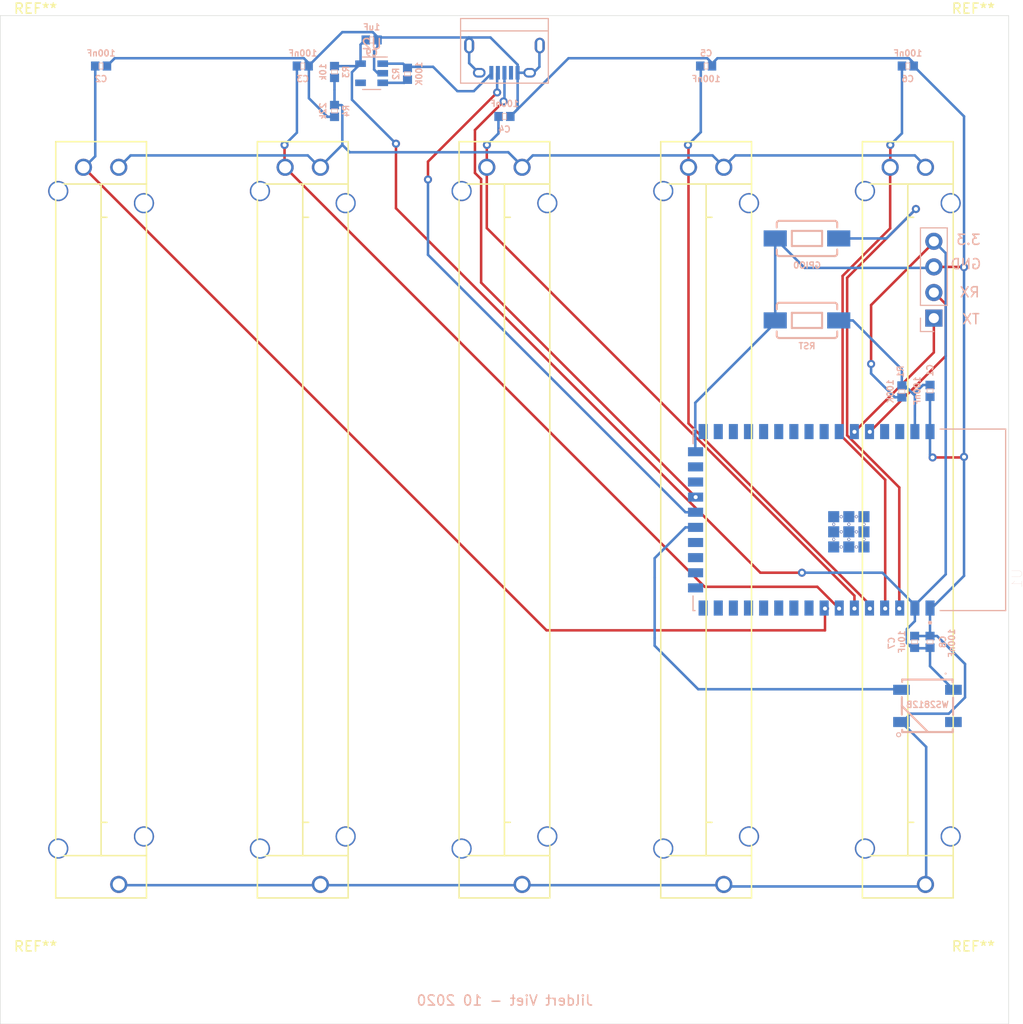
<source format=kicad_pcb>
(kicad_pcb (version 20171130) (host pcbnew "(5.1.6-0-10_14)")

  (general
    (thickness 1.6)
    (drawings 9)
    (tracks 229)
    (zones 0)
    (modules 29)
    (nets 47)
  )

  (page A4)
  (layers
    (0 F.Cu signal)
    (31 B.Cu signal)
    (32 B.Adhes user)
    (33 F.Adhes user)
    (34 B.Paste user)
    (35 F.Paste user)
    (36 B.SilkS user)
    (37 F.SilkS user)
    (38 B.Mask user)
    (39 F.Mask user)
    (40 Dwgs.User user)
    (41 Cmts.User user)
    (42 Eco1.User user)
    (43 Eco2.User user)
    (44 Edge.Cuts user)
    (45 Margin user)
    (46 B.CrtYd user)
    (47 F.CrtYd user)
    (48 B.Fab user)
    (49 F.Fab user)
  )

  (setup
    (last_trace_width 0.25)
    (trace_clearance 0.2)
    (zone_clearance 0.508)
    (zone_45_only no)
    (trace_min 0.2)
    (via_size 0.8)
    (via_drill 0.4)
    (via_min_size 0.4)
    (via_min_drill 0.3)
    (uvia_size 0.3)
    (uvia_drill 0.1)
    (uvias_allowed no)
    (uvia_min_size 0.2)
    (uvia_min_drill 0.1)
    (edge_width 0.05)
    (segment_width 0.2)
    (pcb_text_width 0.3)
    (pcb_text_size 1.5 1.5)
    (mod_edge_width 0.12)
    (mod_text_size 1 1)
    (mod_text_width 0.15)
    (pad_size 1.524 1.524)
    (pad_drill 0.762)
    (pad_to_mask_clearance 0.05)
    (aux_axis_origin 0 0)
    (visible_elements FFFFFF7F)
    (pcbplotparams
      (layerselection 0x010fc_ffffffff)
      (usegerberextensions false)
      (usegerberattributes true)
      (usegerberadvancedattributes true)
      (creategerberjobfile true)
      (excludeedgelayer true)
      (linewidth 0.100000)
      (plotframeref false)
      (viasonmask false)
      (mode 1)
      (useauxorigin false)
      (hpglpennumber 1)
      (hpglpenspeed 20)
      (hpglpendiameter 15.000000)
      (psnegative false)
      (psa4output false)
      (plotreference true)
      (plotvalue true)
      (plotinvisibletext false)
      (padsonsilk false)
      (subtractmaskfromsilk false)
      (outputformat 1)
      (mirror false)
      (drillshape 0)
      (scaleselection 1)
      (outputdirectory ""))
  )

  (net 0 "")
  (net 1 GND)
  (net 2 "Net-(C1-Pad2)")
  (net 3 "Net-(C2-Pad1)")
  (net 4 "Net-(C3-Pad1)")
  (net 5 "Net-(C4-Pad1)")
  (net 6 "Net-(C5-Pad2)")
  (net 7 "Net-(C6-Pad1)")
  (net 8 +3V3)
  (net 9 "Net-(D1-Pad2)")
  (net 10 "Net-(D1-Pad4)")
  (net 11 "Net-(J1-Pad4)")
  (net 12 USB_D+)
  (net 13 USB_D-)
  (net 14 +5V)
  (net 15 RX)
  (net 16 TX)
  (net 17 "Net-(R2-Pad2)")
  (net 18 "Net-(SW2-Pad2)")
  (net 19 "Net-(U1-Pad43_1)")
  (net 20 "Net-(U1-Pad9)")
  (net 21 "Net-(U1-Pad10)")
  (net 22 "Net-(U1-Pad11)")
  (net 23 "Net-(U1-Pad12)")
  (net 24 "Net-(U1-Pad13)")
  (net 25 "Net-(U1-Pad14)")
  (net 26 "Net-(U1-Pad15)")
  (net 27 "Net-(U1-Pad16)")
  (net 28 "Net-(U1-Pad17)")
  (net 29 "Net-(U1-Pad18)")
  (net 30 "Net-(U1-Pad19)")
  (net 31 "Net-(U1-Pad20)")
  (net 32 "Net-(U1-Pad24)")
  (net 33 "Net-(U1-Pad25)")
  (net 34 "Net-(U1-Pad27)")
  (net 35 "Net-(U1-Pad28)")
  (net 36 "Net-(U1-Pad29)")
  (net 37 "Net-(U1-Pad30)")
  (net 38 "Net-(U1-Pad31)")
  (net 39 "Net-(U1-Pad32)")
  (net 40 "Net-(U1-Pad33)")
  (net 41 "Net-(U1-Pad34)")
  (net 42 "Net-(U1-Pad35)")
  (net 43 "Net-(U1-Pad36)")
  (net 44 "Net-(U1-Pad39)")
  (net 45 "Net-(U1-Pad40)")
  (net 46 +1V5)

  (net_class Default "This is the default net class."
    (clearance 0.2)
    (trace_width 0.25)
    (via_dia 0.8)
    (via_drill 0.4)
    (uvia_dia 0.3)
    (uvia_drill 0.1)
    (add_net +1V5)
    (add_net +3V3)
    (add_net +5V)
    (add_net GND)
    (add_net "Net-(C1-Pad2)")
    (add_net "Net-(C2-Pad1)")
    (add_net "Net-(C3-Pad1)")
    (add_net "Net-(C4-Pad1)")
    (add_net "Net-(C5-Pad2)")
    (add_net "Net-(C6-Pad1)")
    (add_net "Net-(D1-Pad2)")
    (add_net "Net-(D1-Pad4)")
    (add_net "Net-(J1-Pad4)")
    (add_net "Net-(R2-Pad2)")
    (add_net "Net-(SW2-Pad2)")
    (add_net "Net-(U1-Pad10)")
    (add_net "Net-(U1-Pad11)")
    (add_net "Net-(U1-Pad12)")
    (add_net "Net-(U1-Pad13)")
    (add_net "Net-(U1-Pad14)")
    (add_net "Net-(U1-Pad15)")
    (add_net "Net-(U1-Pad16)")
    (add_net "Net-(U1-Pad17)")
    (add_net "Net-(U1-Pad18)")
    (add_net "Net-(U1-Pad19)")
    (add_net "Net-(U1-Pad20)")
    (add_net "Net-(U1-Pad24)")
    (add_net "Net-(U1-Pad25)")
    (add_net "Net-(U1-Pad27)")
    (add_net "Net-(U1-Pad28)")
    (add_net "Net-(U1-Pad29)")
    (add_net "Net-(U1-Pad30)")
    (add_net "Net-(U1-Pad31)")
    (add_net "Net-(U1-Pad32)")
    (add_net "Net-(U1-Pad33)")
    (add_net "Net-(U1-Pad34)")
    (add_net "Net-(U1-Pad35)")
    (add_net "Net-(U1-Pad36)")
    (add_net "Net-(U1-Pad39)")
    (add_net "Net-(U1-Pad40)")
    (add_net "Net-(U1-Pad43_1)")
    (add_net "Net-(U1-Pad9)")
    (add_net RX)
    (add_net TX)
    (add_net USB_D+)
    (add_net USB_D-)
  )

  (module Mounting_Holes:MountingHole_3.2mm_M3 (layer F.Cu) (tedit 56D1B4CB) (tstamp 5F8DFBA6)
    (at 3.5 3.5)
    (descr "Mounting Hole 3.2mm, no annular, M3")
    (tags "mounting hole 3.2mm no annular m3")
    (attr virtual)
    (fp_text reference REF** (at 0 -4.2) (layer F.SilkS)
      (effects (font (size 1 1) (thickness 0.15)))
    )
    (fp_text value MountingHole_3.2mm_M3 (at 0 4.2) (layer F.Fab) hide
      (effects (font (size 1 1) (thickness 0.15)))
    )
    (fp_circle (center 0 0) (end 3.45 0) (layer F.CrtYd) (width 0.05))
    (fp_circle (center 0 0) (end 3.2 0) (layer Cmts.User) (width 0.15))
    (fp_text user %R (at 0.3 0) (layer F.Fab)
      (effects (font (size 1 1) (thickness 0.15)))
    )
    (pad 1 np_thru_hole circle (at 0 0) (size 3.2 3.2) (drill 3.2) (layers *.Cu *.Mask))
  )

  (module Mounting_Holes:MountingHole_3.2mm_M3 (layer F.Cu) (tedit 56D1B4CB) (tstamp 5F8DFB61)
    (at 3.5 96.5)
    (descr "Mounting Hole 3.2mm, no annular, M3")
    (tags "mounting hole 3.2mm no annular m3")
    (attr virtual)
    (fp_text reference REF** (at 0 -4.2) (layer F.SilkS)
      (effects (font (size 1 1) (thickness 0.15)))
    )
    (fp_text value MountingHole_3.2mm_M3 (at 0 4.2) (layer F.Fab) hide
      (effects (font (size 1 1) (thickness 0.15)))
    )
    (fp_circle (center 0 0) (end 3.45 0) (layer F.CrtYd) (width 0.05))
    (fp_circle (center 0 0) (end 3.2 0) (layer Cmts.User) (width 0.15))
    (fp_text user %R (at 0.3 0) (layer F.Fab)
      (effects (font (size 1 1) (thickness 0.15)))
    )
    (pad 1 np_thru_hole circle (at 0 0) (size 3.2 3.2) (drill 3.2) (layers *.Cu *.Mask))
  )

  (module Mounting_Holes:MountingHole_3.2mm_M3 (layer F.Cu) (tedit 56D1B4CB) (tstamp 5F8DFB1C)
    (at 96.5 96.5)
    (descr "Mounting Hole 3.2mm, no annular, M3")
    (tags "mounting hole 3.2mm no annular m3")
    (attr virtual)
    (fp_text reference REF** (at 0 -4.2) (layer F.SilkS)
      (effects (font (size 1 1) (thickness 0.15)))
    )
    (fp_text value MountingHole_3.2mm_M3 (at 0 4.2) (layer F.Fab) hide
      (effects (font (size 1 1) (thickness 0.15)))
    )
    (fp_circle (center 0 0) (end 3.45 0) (layer F.CrtYd) (width 0.05))
    (fp_circle (center 0 0) (end 3.2 0) (layer Cmts.User) (width 0.15))
    (fp_text user %R (at 0.3 0) (layer F.Fab)
      (effects (font (size 1 1) (thickness 0.15)))
    )
    (pad 1 np_thru_hole circle (at 0 0) (size 3.2 3.2) (drill 3.2) (layers *.Cu *.Mask))
  )

  (module Mounting_Holes:MountingHole_3.2mm_M3 (layer F.Cu) (tedit 56D1B4CB) (tstamp 5F8DFAD7)
    (at 96.5 3.5)
    (descr "Mounting Hole 3.2mm, no annular, M3")
    (tags "mounting hole 3.2mm no annular m3")
    (attr virtual)
    (fp_text reference REF** (at 0 -4.2) (layer F.SilkS)
      (effects (font (size 1 1) (thickness 0.15)))
    )
    (fp_text value MountingHole_3.2mm_M3 (at 0 4.2) (layer F.Fab) hide
      (effects (font (size 1 1) (thickness 0.15)))
    )
    (fp_circle (center 0 0) (end 3.45 0) (layer F.CrtYd) (width 0.05))
    (fp_circle (center 0 0) (end 3.2 0) (layer Cmts.User) (width 0.15))
    (fp_text user %R (at 0.3 0) (layer F.Fab)
      (effects (font (size 1 1) (thickness 0.15)))
    )
    (pad 1 np_thru_hole circle (at 0 0) (size 3.2 3.2) (drill 3.2) (layers *.Cu *.Mask))
  )

  (module Capacitors:0402 (layer B.Cu) (tedit 200000) (tstamp 5F8DB4E4)
    (at 92.202 37.211 90)
    (descr "GENERIC 1005 (0402) PACKAGE")
    (tags "GENERIC 1005 (0402) PACKAGE")
    (path /5F8C8A96)
    (attr smd)
    (fp_text reference C1 (at 2.032 0 90) (layer B.SilkS)
      (effects (font (size 0.6096 0.6096) (thickness 0.127)) (justify mirror))
    )
    (fp_text value 100nF (at 0 -1.27 90) (layer B.SilkS)
      (effects (font (size 0.6096 0.6096) (thickness 0.127)) (justify mirror))
    )
    (fp_line (start -1.19888 -0.6477) (end -1.19888 0.6477) (layer B.CrtYd) (width 0.0508))
    (fp_line (start 1.19888 -0.6477) (end -1.19888 -0.6477) (layer B.CrtYd) (width 0.0508))
    (fp_line (start 1.19888 0.6477) (end 1.19888 -0.6477) (layer B.CrtYd) (width 0.0508))
    (fp_line (start -1.19888 0.6477) (end 1.19888 0.6477) (layer B.CrtYd) (width 0.0508))
    (fp_line (start 0.26924 -0.2286) (end -0.26924 -0.2286) (layer Dwgs.User) (width 0.1524))
    (fp_line (start -0.26924 0.2286) (end 0.26924 0.2286) (layer Dwgs.User) (width 0.1524))
    (fp_line (start -0.19812 -0.29972) (end -0.19812 0.29972) (layer B.SilkS) (width 0.06604))
    (fp_line (start -0.19812 0.29972) (end 0.19812 0.29972) (layer B.SilkS) (width 0.06604))
    (fp_line (start 0.19812 -0.29972) (end 0.19812 0.29972) (layer B.SilkS) (width 0.06604))
    (fp_line (start -0.19812 -0.29972) (end 0.19812 -0.29972) (layer B.SilkS) (width 0.06604))
    (fp_line (start 0.25654 -0.3048) (end 0.25654 0.3048) (layer Dwgs.User) (width 0.06604))
    (fp_line (start 0.25654 0.3048) (end 0.5588 0.3048) (layer Dwgs.User) (width 0.06604))
    (fp_line (start 0.5588 -0.3048) (end 0.5588 0.3048) (layer Dwgs.User) (width 0.06604))
    (fp_line (start 0.25654 -0.3048) (end 0.5588 -0.3048) (layer Dwgs.User) (width 0.06604))
    (fp_line (start -0.55372 -0.3048) (end -0.55372 0.3048) (layer Dwgs.User) (width 0.06604))
    (fp_line (start -0.55372 0.3048) (end -0.254 0.3048) (layer Dwgs.User) (width 0.06604))
    (fp_line (start -0.254 -0.3048) (end -0.254 0.3048) (layer Dwgs.User) (width 0.06604))
    (fp_line (start -0.55372 -0.3048) (end -0.254 -0.3048) (layer Dwgs.User) (width 0.06604))
    (pad 1 smd rect (at -0.57912 0 90) (size 0.84836 0.89916) (layers B.Cu B.Paste B.Mask)
      (net 1 GND) (solder_mask_margin 0.1016))
    (pad 2 smd rect (at 0.57912 0 90) (size 0.84836 0.89916) (layers B.Cu B.Paste B.Mask)
      (net 2 "Net-(C1-Pad2)") (solder_mask_margin 0.1016))
  )

  (module Capacitors:0402 (layer B.Cu) (tedit 200000) (tstamp 5F8DB4FC)
    (at 10 5)
    (descr "GENERIC 1005 (0402) PACKAGE")
    (tags "GENERIC 1005 (0402) PACKAGE")
    (path /5F8E149A)
    (attr smd)
    (fp_text reference C2 (at 0 1.27) (layer B.SilkS)
      (effects (font (size 0.6096 0.6096) (thickness 0.127)) (justify mirror))
    )
    (fp_text value 100nF (at 0 -1.27) (layer B.SilkS)
      (effects (font (size 0.6096 0.6096) (thickness 0.127)) (justify mirror))
    )
    (fp_line (start -0.55372 -0.3048) (end -0.254 -0.3048) (layer Dwgs.User) (width 0.06604))
    (fp_line (start -0.254 -0.3048) (end -0.254 0.3048) (layer Dwgs.User) (width 0.06604))
    (fp_line (start -0.55372 0.3048) (end -0.254 0.3048) (layer Dwgs.User) (width 0.06604))
    (fp_line (start -0.55372 -0.3048) (end -0.55372 0.3048) (layer Dwgs.User) (width 0.06604))
    (fp_line (start 0.25654 -0.3048) (end 0.5588 -0.3048) (layer Dwgs.User) (width 0.06604))
    (fp_line (start 0.5588 -0.3048) (end 0.5588 0.3048) (layer Dwgs.User) (width 0.06604))
    (fp_line (start 0.25654 0.3048) (end 0.5588 0.3048) (layer Dwgs.User) (width 0.06604))
    (fp_line (start 0.25654 -0.3048) (end 0.25654 0.3048) (layer Dwgs.User) (width 0.06604))
    (fp_line (start -0.19812 -0.29972) (end 0.19812 -0.29972) (layer B.SilkS) (width 0.06604))
    (fp_line (start 0.19812 -0.29972) (end 0.19812 0.29972) (layer B.SilkS) (width 0.06604))
    (fp_line (start -0.19812 0.29972) (end 0.19812 0.29972) (layer B.SilkS) (width 0.06604))
    (fp_line (start -0.19812 -0.29972) (end -0.19812 0.29972) (layer B.SilkS) (width 0.06604))
    (fp_line (start -0.26924 0.2286) (end 0.26924 0.2286) (layer Dwgs.User) (width 0.1524))
    (fp_line (start 0.26924 -0.2286) (end -0.26924 -0.2286) (layer Dwgs.User) (width 0.1524))
    (fp_line (start -1.19888 0.6477) (end 1.19888 0.6477) (layer B.CrtYd) (width 0.0508))
    (fp_line (start 1.19888 0.6477) (end 1.19888 -0.6477) (layer B.CrtYd) (width 0.0508))
    (fp_line (start 1.19888 -0.6477) (end -1.19888 -0.6477) (layer B.CrtYd) (width 0.0508))
    (fp_line (start -1.19888 -0.6477) (end -1.19888 0.6477) (layer B.CrtYd) (width 0.0508))
    (pad 2 smd rect (at 0.57912 0) (size 0.84836 0.89916) (layers B.Cu B.Paste B.Mask)
      (net 1 GND) (solder_mask_margin 0.1016))
    (pad 1 smd rect (at -0.57912 0) (size 0.84836 0.89916) (layers B.Cu B.Paste B.Mask)
      (net 3 "Net-(C2-Pad1)") (solder_mask_margin 0.1016))
  )

  (module Capacitors:0402 (layer B.Cu) (tedit 200000) (tstamp 5F8DB514)
    (at 30 5)
    (descr "GENERIC 1005 (0402) PACKAGE")
    (tags "GENERIC 1005 (0402) PACKAGE")
    (path /5F8DEF9D)
    (attr smd)
    (fp_text reference C3 (at 0 1.27) (layer B.SilkS)
      (effects (font (size 0.6096 0.6096) (thickness 0.127)) (justify mirror))
    )
    (fp_text value 100nF (at 0 -1.27) (layer B.SilkS)
      (effects (font (size 0.6096 0.6096) (thickness 0.127)) (justify mirror))
    )
    (fp_line (start -0.55372 -0.3048) (end -0.254 -0.3048) (layer Dwgs.User) (width 0.06604))
    (fp_line (start -0.254 -0.3048) (end -0.254 0.3048) (layer Dwgs.User) (width 0.06604))
    (fp_line (start -0.55372 0.3048) (end -0.254 0.3048) (layer Dwgs.User) (width 0.06604))
    (fp_line (start -0.55372 -0.3048) (end -0.55372 0.3048) (layer Dwgs.User) (width 0.06604))
    (fp_line (start 0.25654 -0.3048) (end 0.5588 -0.3048) (layer Dwgs.User) (width 0.06604))
    (fp_line (start 0.5588 -0.3048) (end 0.5588 0.3048) (layer Dwgs.User) (width 0.06604))
    (fp_line (start 0.25654 0.3048) (end 0.5588 0.3048) (layer Dwgs.User) (width 0.06604))
    (fp_line (start 0.25654 -0.3048) (end 0.25654 0.3048) (layer Dwgs.User) (width 0.06604))
    (fp_line (start -0.19812 -0.29972) (end 0.19812 -0.29972) (layer B.SilkS) (width 0.06604))
    (fp_line (start 0.19812 -0.29972) (end 0.19812 0.29972) (layer B.SilkS) (width 0.06604))
    (fp_line (start -0.19812 0.29972) (end 0.19812 0.29972) (layer B.SilkS) (width 0.06604))
    (fp_line (start -0.19812 -0.29972) (end -0.19812 0.29972) (layer B.SilkS) (width 0.06604))
    (fp_line (start -0.26924 0.2286) (end 0.26924 0.2286) (layer Dwgs.User) (width 0.1524))
    (fp_line (start 0.26924 -0.2286) (end -0.26924 -0.2286) (layer Dwgs.User) (width 0.1524))
    (fp_line (start -1.19888 0.6477) (end 1.19888 0.6477) (layer B.CrtYd) (width 0.0508))
    (fp_line (start 1.19888 0.6477) (end 1.19888 -0.6477) (layer B.CrtYd) (width 0.0508))
    (fp_line (start 1.19888 -0.6477) (end -1.19888 -0.6477) (layer B.CrtYd) (width 0.0508))
    (fp_line (start -1.19888 -0.6477) (end -1.19888 0.6477) (layer B.CrtYd) (width 0.0508))
    (pad 2 smd rect (at 0.57912 0) (size 0.84836 0.89916) (layers B.Cu B.Paste B.Mask)
      (net 1 GND) (solder_mask_margin 0.1016))
    (pad 1 smd rect (at -0.57912 0) (size 0.84836 0.89916) (layers B.Cu B.Paste B.Mask)
      (net 4 "Net-(C3-Pad1)") (solder_mask_margin 0.1016))
  )

  (module Capacitors:0402 (layer B.Cu) (tedit 200000) (tstamp 5F8DB52C)
    (at 50 10)
    (descr "GENERIC 1005 (0402) PACKAGE")
    (tags "GENERIC 1005 (0402) PACKAGE")
    (path /5F8DFFD2)
    (attr smd)
    (fp_text reference C4 (at 0 1.27) (layer B.SilkS)
      (effects (font (size 0.6096 0.6096) (thickness 0.127)) (justify mirror))
    )
    (fp_text value 100nF (at 0 -1.27) (layer B.SilkS)
      (effects (font (size 0.6096 0.6096) (thickness 0.127)) (justify mirror))
    )
    (fp_line (start -1.19888 -0.6477) (end -1.19888 0.6477) (layer B.CrtYd) (width 0.0508))
    (fp_line (start 1.19888 -0.6477) (end -1.19888 -0.6477) (layer B.CrtYd) (width 0.0508))
    (fp_line (start 1.19888 0.6477) (end 1.19888 -0.6477) (layer B.CrtYd) (width 0.0508))
    (fp_line (start -1.19888 0.6477) (end 1.19888 0.6477) (layer B.CrtYd) (width 0.0508))
    (fp_line (start 0.26924 -0.2286) (end -0.26924 -0.2286) (layer Dwgs.User) (width 0.1524))
    (fp_line (start -0.26924 0.2286) (end 0.26924 0.2286) (layer Dwgs.User) (width 0.1524))
    (fp_line (start -0.19812 -0.29972) (end -0.19812 0.29972) (layer B.SilkS) (width 0.06604))
    (fp_line (start -0.19812 0.29972) (end 0.19812 0.29972) (layer B.SilkS) (width 0.06604))
    (fp_line (start 0.19812 -0.29972) (end 0.19812 0.29972) (layer B.SilkS) (width 0.06604))
    (fp_line (start -0.19812 -0.29972) (end 0.19812 -0.29972) (layer B.SilkS) (width 0.06604))
    (fp_line (start 0.25654 -0.3048) (end 0.25654 0.3048) (layer Dwgs.User) (width 0.06604))
    (fp_line (start 0.25654 0.3048) (end 0.5588 0.3048) (layer Dwgs.User) (width 0.06604))
    (fp_line (start 0.5588 -0.3048) (end 0.5588 0.3048) (layer Dwgs.User) (width 0.06604))
    (fp_line (start 0.25654 -0.3048) (end 0.5588 -0.3048) (layer Dwgs.User) (width 0.06604))
    (fp_line (start -0.55372 -0.3048) (end -0.55372 0.3048) (layer Dwgs.User) (width 0.06604))
    (fp_line (start -0.55372 0.3048) (end -0.254 0.3048) (layer Dwgs.User) (width 0.06604))
    (fp_line (start -0.254 -0.3048) (end -0.254 0.3048) (layer Dwgs.User) (width 0.06604))
    (fp_line (start -0.55372 -0.3048) (end -0.254 -0.3048) (layer Dwgs.User) (width 0.06604))
    (pad 1 smd rect (at -0.57912 0) (size 0.84836 0.89916) (layers B.Cu B.Paste B.Mask)
      (net 5 "Net-(C4-Pad1)") (solder_mask_margin 0.1016))
    (pad 2 smd rect (at 0.57912 0) (size 0.84836 0.89916) (layers B.Cu B.Paste B.Mask)
      (net 1 GND) (solder_mask_margin 0.1016))
  )

  (module Capacitors:0402 (layer B.Cu) (tedit 200000) (tstamp 5F8DB544)
    (at 70 5 180)
    (descr "GENERIC 1005 (0402) PACKAGE")
    (tags "GENERIC 1005 (0402) PACKAGE")
    (path /5F8E06B7)
    (attr smd)
    (fp_text reference C5 (at 0 1.27) (layer B.SilkS)
      (effects (font (size 0.6096 0.6096) (thickness 0.127)) (justify mirror))
    )
    (fp_text value 100nF (at 0 -1.27) (layer B.SilkS)
      (effects (font (size 0.6096 0.6096) (thickness 0.127)) (justify mirror))
    )
    (fp_line (start -0.55372 -0.3048) (end -0.254 -0.3048) (layer Dwgs.User) (width 0.06604))
    (fp_line (start -0.254 -0.3048) (end -0.254 0.3048) (layer Dwgs.User) (width 0.06604))
    (fp_line (start -0.55372 0.3048) (end -0.254 0.3048) (layer Dwgs.User) (width 0.06604))
    (fp_line (start -0.55372 -0.3048) (end -0.55372 0.3048) (layer Dwgs.User) (width 0.06604))
    (fp_line (start 0.25654 -0.3048) (end 0.5588 -0.3048) (layer Dwgs.User) (width 0.06604))
    (fp_line (start 0.5588 -0.3048) (end 0.5588 0.3048) (layer Dwgs.User) (width 0.06604))
    (fp_line (start 0.25654 0.3048) (end 0.5588 0.3048) (layer Dwgs.User) (width 0.06604))
    (fp_line (start 0.25654 -0.3048) (end 0.25654 0.3048) (layer Dwgs.User) (width 0.06604))
    (fp_line (start -0.19812 -0.29972) (end 0.19812 -0.29972) (layer B.SilkS) (width 0.06604))
    (fp_line (start 0.19812 -0.29972) (end 0.19812 0.29972) (layer B.SilkS) (width 0.06604))
    (fp_line (start -0.19812 0.29972) (end 0.19812 0.29972) (layer B.SilkS) (width 0.06604))
    (fp_line (start -0.19812 -0.29972) (end -0.19812 0.29972) (layer B.SilkS) (width 0.06604))
    (fp_line (start -0.26924 0.2286) (end 0.26924 0.2286) (layer Dwgs.User) (width 0.1524))
    (fp_line (start 0.26924 -0.2286) (end -0.26924 -0.2286) (layer Dwgs.User) (width 0.1524))
    (fp_line (start -1.19888 0.6477) (end 1.19888 0.6477) (layer B.CrtYd) (width 0.0508))
    (fp_line (start 1.19888 0.6477) (end 1.19888 -0.6477) (layer B.CrtYd) (width 0.0508))
    (fp_line (start 1.19888 -0.6477) (end -1.19888 -0.6477) (layer B.CrtYd) (width 0.0508))
    (fp_line (start -1.19888 -0.6477) (end -1.19888 0.6477) (layer B.CrtYd) (width 0.0508))
    (pad 2 smd rect (at 0.57912 0 180) (size 0.84836 0.89916) (layers B.Cu B.Paste B.Mask)
      (net 6 "Net-(C5-Pad2)") (solder_mask_margin 0.1016))
    (pad 1 smd rect (at -0.57912 0 180) (size 0.84836 0.89916) (layers B.Cu B.Paste B.Mask)
      (net 1 GND) (solder_mask_margin 0.1016))
  )

  (module Capacitors:0402 (layer B.Cu) (tedit 200000) (tstamp 5F8DB55C)
    (at 90 5)
    (descr "GENERIC 1005 (0402) PACKAGE")
    (tags "GENERIC 1005 (0402) PACKAGE")
    (path /5F8E0DBA)
    (attr smd)
    (fp_text reference C6 (at 0 1.27) (layer B.SilkS)
      (effects (font (size 0.6096 0.6096) (thickness 0.127)) (justify mirror))
    )
    (fp_text value 100nF (at 0 -1.27) (layer B.SilkS)
      (effects (font (size 0.6096 0.6096) (thickness 0.127)) (justify mirror))
    )
    (fp_line (start -1.19888 -0.6477) (end -1.19888 0.6477) (layer B.CrtYd) (width 0.0508))
    (fp_line (start 1.19888 -0.6477) (end -1.19888 -0.6477) (layer B.CrtYd) (width 0.0508))
    (fp_line (start 1.19888 0.6477) (end 1.19888 -0.6477) (layer B.CrtYd) (width 0.0508))
    (fp_line (start -1.19888 0.6477) (end 1.19888 0.6477) (layer B.CrtYd) (width 0.0508))
    (fp_line (start 0.26924 -0.2286) (end -0.26924 -0.2286) (layer Dwgs.User) (width 0.1524))
    (fp_line (start -0.26924 0.2286) (end 0.26924 0.2286) (layer Dwgs.User) (width 0.1524))
    (fp_line (start -0.19812 -0.29972) (end -0.19812 0.29972) (layer B.SilkS) (width 0.06604))
    (fp_line (start -0.19812 0.29972) (end 0.19812 0.29972) (layer B.SilkS) (width 0.06604))
    (fp_line (start 0.19812 -0.29972) (end 0.19812 0.29972) (layer B.SilkS) (width 0.06604))
    (fp_line (start -0.19812 -0.29972) (end 0.19812 -0.29972) (layer B.SilkS) (width 0.06604))
    (fp_line (start 0.25654 -0.3048) (end 0.25654 0.3048) (layer Dwgs.User) (width 0.06604))
    (fp_line (start 0.25654 0.3048) (end 0.5588 0.3048) (layer Dwgs.User) (width 0.06604))
    (fp_line (start 0.5588 -0.3048) (end 0.5588 0.3048) (layer Dwgs.User) (width 0.06604))
    (fp_line (start 0.25654 -0.3048) (end 0.5588 -0.3048) (layer Dwgs.User) (width 0.06604))
    (fp_line (start -0.55372 -0.3048) (end -0.55372 0.3048) (layer Dwgs.User) (width 0.06604))
    (fp_line (start -0.55372 0.3048) (end -0.254 0.3048) (layer Dwgs.User) (width 0.06604))
    (fp_line (start -0.254 -0.3048) (end -0.254 0.3048) (layer Dwgs.User) (width 0.06604))
    (fp_line (start -0.55372 -0.3048) (end -0.254 -0.3048) (layer Dwgs.User) (width 0.06604))
    (pad 1 smd rect (at -0.57912 0) (size 0.84836 0.89916) (layers B.Cu B.Paste B.Mask)
      (net 7 "Net-(C6-Pad1)") (solder_mask_margin 0.1016))
    (pad 2 smd rect (at 0.57912 0) (size 0.84836 0.89916) (layers B.Cu B.Paste B.Mask)
      (net 1 GND) (solder_mask_margin 0.1016))
  )

  (module Capacitors:0402 (layer B.Cu) (tedit 200000) (tstamp 5F8DB574)
    (at 90.678 62.103 90)
    (descr "GENERIC 1005 (0402) PACKAGE")
    (tags "GENERIC 1005 (0402) PACKAGE")
    (path /5F8CE702)
    (attr smd)
    (fp_text reference C7 (at -0.127 -2.286 90) (layer B.SilkS)
      (effects (font (size 0.6096 0.6096) (thickness 0.127)) (justify mirror))
    )
    (fp_text value 10uF (at 0 -1.27 90) (layer B.SilkS)
      (effects (font (size 0.6096 0.6096) (thickness 0.127)) (justify mirror))
    )
    (fp_line (start -0.55372 -0.3048) (end -0.254 -0.3048) (layer Dwgs.User) (width 0.06604))
    (fp_line (start -0.254 -0.3048) (end -0.254 0.3048) (layer Dwgs.User) (width 0.06604))
    (fp_line (start -0.55372 0.3048) (end -0.254 0.3048) (layer Dwgs.User) (width 0.06604))
    (fp_line (start -0.55372 -0.3048) (end -0.55372 0.3048) (layer Dwgs.User) (width 0.06604))
    (fp_line (start 0.25654 -0.3048) (end 0.5588 -0.3048) (layer Dwgs.User) (width 0.06604))
    (fp_line (start 0.5588 -0.3048) (end 0.5588 0.3048) (layer Dwgs.User) (width 0.06604))
    (fp_line (start 0.25654 0.3048) (end 0.5588 0.3048) (layer Dwgs.User) (width 0.06604))
    (fp_line (start 0.25654 -0.3048) (end 0.25654 0.3048) (layer Dwgs.User) (width 0.06604))
    (fp_line (start -0.19812 -0.29972) (end 0.19812 -0.29972) (layer B.SilkS) (width 0.06604))
    (fp_line (start 0.19812 -0.29972) (end 0.19812 0.29972) (layer B.SilkS) (width 0.06604))
    (fp_line (start -0.19812 0.29972) (end 0.19812 0.29972) (layer B.SilkS) (width 0.06604))
    (fp_line (start -0.19812 -0.29972) (end -0.19812 0.29972) (layer B.SilkS) (width 0.06604))
    (fp_line (start -0.26924 0.2286) (end 0.26924 0.2286) (layer Dwgs.User) (width 0.1524))
    (fp_line (start 0.26924 -0.2286) (end -0.26924 -0.2286) (layer Dwgs.User) (width 0.1524))
    (fp_line (start -1.19888 0.6477) (end 1.19888 0.6477) (layer B.CrtYd) (width 0.0508))
    (fp_line (start 1.19888 0.6477) (end 1.19888 -0.6477) (layer B.CrtYd) (width 0.0508))
    (fp_line (start 1.19888 -0.6477) (end -1.19888 -0.6477) (layer B.CrtYd) (width 0.0508))
    (fp_line (start -1.19888 -0.6477) (end -1.19888 0.6477) (layer B.CrtYd) (width 0.0508))
    (pad 2 smd rect (at 0.57912 0 90) (size 0.84836 0.89916) (layers B.Cu B.Paste B.Mask)
      (net 1 GND) (solder_mask_margin 0.1016))
    (pad 1 smd rect (at -0.57912 0 90) (size 0.84836 0.89916) (layers B.Cu B.Paste B.Mask)
      (net 8 +3V3) (solder_mask_margin 0.1016))
  )

  (module Capacitors:0402 (layer B.Cu) (tedit 200000) (tstamp 5F8DB58C)
    (at 92.202 62.103 90)
    (descr "GENERIC 1005 (0402) PACKAGE")
    (tags "GENERIC 1005 (0402) PACKAGE")
    (path /5F8CEA01)
    (attr smd)
    (fp_text reference C8 (at 0 1.27 90) (layer B.SilkS)
      (effects (font (size 0.6096 0.6096) (thickness 0.127)) (justify mirror))
    )
    (fp_text value 100nF (at -0.127 2.159 90) (layer B.SilkS)
      (effects (font (size 0.6096 0.6096) (thickness 0.127)) (justify mirror))
    )
    (fp_line (start -1.19888 -0.6477) (end -1.19888 0.6477) (layer B.CrtYd) (width 0.0508))
    (fp_line (start 1.19888 -0.6477) (end -1.19888 -0.6477) (layer B.CrtYd) (width 0.0508))
    (fp_line (start 1.19888 0.6477) (end 1.19888 -0.6477) (layer B.CrtYd) (width 0.0508))
    (fp_line (start -1.19888 0.6477) (end 1.19888 0.6477) (layer B.CrtYd) (width 0.0508))
    (fp_line (start 0.26924 -0.2286) (end -0.26924 -0.2286) (layer Dwgs.User) (width 0.1524))
    (fp_line (start -0.26924 0.2286) (end 0.26924 0.2286) (layer Dwgs.User) (width 0.1524))
    (fp_line (start -0.19812 -0.29972) (end -0.19812 0.29972) (layer B.SilkS) (width 0.06604))
    (fp_line (start -0.19812 0.29972) (end 0.19812 0.29972) (layer B.SilkS) (width 0.06604))
    (fp_line (start 0.19812 -0.29972) (end 0.19812 0.29972) (layer B.SilkS) (width 0.06604))
    (fp_line (start -0.19812 -0.29972) (end 0.19812 -0.29972) (layer B.SilkS) (width 0.06604))
    (fp_line (start 0.25654 -0.3048) (end 0.25654 0.3048) (layer Dwgs.User) (width 0.06604))
    (fp_line (start 0.25654 0.3048) (end 0.5588 0.3048) (layer Dwgs.User) (width 0.06604))
    (fp_line (start 0.5588 -0.3048) (end 0.5588 0.3048) (layer Dwgs.User) (width 0.06604))
    (fp_line (start 0.25654 -0.3048) (end 0.5588 -0.3048) (layer Dwgs.User) (width 0.06604))
    (fp_line (start -0.55372 -0.3048) (end -0.55372 0.3048) (layer Dwgs.User) (width 0.06604))
    (fp_line (start -0.55372 0.3048) (end -0.254 0.3048) (layer Dwgs.User) (width 0.06604))
    (fp_line (start -0.254 -0.3048) (end -0.254 0.3048) (layer Dwgs.User) (width 0.06604))
    (fp_line (start -0.55372 -0.3048) (end -0.254 -0.3048) (layer Dwgs.User) (width 0.06604))
    (pad 1 smd rect (at -0.57912 0 90) (size 0.84836 0.89916) (layers B.Cu B.Paste B.Mask)
      (net 8 +3V3) (solder_mask_margin 0.1016))
    (pad 2 smd rect (at 0.57912 0 90) (size 0.84836 0.89916) (layers B.Cu B.Paste B.Mask)
      (net 1 GND) (solder_mask_margin 0.1016))
  )

  (module Capacitors:0402 (layer B.Cu) (tedit 200000) (tstamp 5F8DB5A4)
    (at 36.83 2.413)
    (descr "GENERIC 1005 (0402) PACKAGE")
    (tags "GENERIC 1005 (0402) PACKAGE")
    (path /5F8EEA6F)
    (attr smd)
    (fp_text reference C9 (at 0 1.27) (layer B.SilkS)
      (effects (font (size 0.6096 0.6096) (thickness 0.127)) (justify mirror))
    )
    (fp_text value 1uF (at 0 -1.27) (layer B.SilkS)
      (effects (font (size 0.6096 0.6096) (thickness 0.127)) (justify mirror))
    )
    (fp_line (start -1.19888 -0.6477) (end -1.19888 0.6477) (layer B.CrtYd) (width 0.0508))
    (fp_line (start 1.19888 -0.6477) (end -1.19888 -0.6477) (layer B.CrtYd) (width 0.0508))
    (fp_line (start 1.19888 0.6477) (end 1.19888 -0.6477) (layer B.CrtYd) (width 0.0508))
    (fp_line (start -1.19888 0.6477) (end 1.19888 0.6477) (layer B.CrtYd) (width 0.0508))
    (fp_line (start 0.26924 -0.2286) (end -0.26924 -0.2286) (layer Dwgs.User) (width 0.1524))
    (fp_line (start -0.26924 0.2286) (end 0.26924 0.2286) (layer Dwgs.User) (width 0.1524))
    (fp_line (start -0.19812 -0.29972) (end -0.19812 0.29972) (layer B.SilkS) (width 0.06604))
    (fp_line (start -0.19812 0.29972) (end 0.19812 0.29972) (layer B.SilkS) (width 0.06604))
    (fp_line (start 0.19812 -0.29972) (end 0.19812 0.29972) (layer B.SilkS) (width 0.06604))
    (fp_line (start -0.19812 -0.29972) (end 0.19812 -0.29972) (layer B.SilkS) (width 0.06604))
    (fp_line (start 0.25654 -0.3048) (end 0.25654 0.3048) (layer Dwgs.User) (width 0.06604))
    (fp_line (start 0.25654 0.3048) (end 0.5588 0.3048) (layer Dwgs.User) (width 0.06604))
    (fp_line (start 0.5588 -0.3048) (end 0.5588 0.3048) (layer Dwgs.User) (width 0.06604))
    (fp_line (start 0.25654 -0.3048) (end 0.5588 -0.3048) (layer Dwgs.User) (width 0.06604))
    (fp_line (start -0.55372 -0.3048) (end -0.55372 0.3048) (layer Dwgs.User) (width 0.06604))
    (fp_line (start -0.55372 0.3048) (end -0.254 0.3048) (layer Dwgs.User) (width 0.06604))
    (fp_line (start -0.254 -0.3048) (end -0.254 0.3048) (layer Dwgs.User) (width 0.06604))
    (fp_line (start -0.55372 -0.3048) (end -0.254 -0.3048) (layer Dwgs.User) (width 0.06604))
    (pad 1 smd rect (at -0.57912 0) (size 0.84836 0.89916) (layers B.Cu B.Paste B.Mask)
      (net 8 +3V3) (solder_mask_margin 0.1016))
    (pad 2 smd rect (at 0.57912 0) (size 0.84836 0.89916) (layers B.Cu B.Paste B.Mask)
      (net 1 GND) (solder_mask_margin 0.1016))
  )

  (module LED:WS2812B (layer B.Cu) (tedit 5961BE0E) (tstamp 5F8DB5C0)
    (at 91.948 68.453)
    (descr WS2812B)
    (tags WS2812B)
    (path /5F8EA345)
    (attr smd)
    (fp_text reference D1 (at 0 3.175) (layer B.SilkS) hide
      (effects (font (size 0.6096 0.6096) (thickness 0.127)) (justify mirror))
    )
    (fp_text value WS2812B (at 0 -0.127) (layer B.SilkS)
      (effects (font (size 0.6096 0.6096) (thickness 0.127)) (justify mirror))
    )
    (fp_line (start 1.79832 -3.20294) (end 1.79832 -3.20294) (layer B.SilkS) (width 0.2032))
    (fp_circle (center -1.27 1.905) (end -1.27 2.1082) (layer Dwgs.User) (width 0.1))
    (fp_circle (center -2.8575 2.8575) (end -2.8575 3.0607) (layer B.SilkS) (width 0.1))
    (fp_line (start -2.54 0) (end 0 2.54) (layer B.SilkS) (width 0.2032))
    (fp_line (start -2.54 0) (end -2.54 0.8636) (layer B.SilkS) (width 0.2032))
    (fp_line (start -2.54 -0.8636) (end -2.54 0) (layer B.SilkS) (width 0.2032))
    (fp_line (start 2.54 0.889) (end 2.54 -0.8128) (layer B.SilkS) (width 0.2032))
    (fp_line (start -2.50698 2.59334) (end -2.50698 2.36728) (layer B.SilkS) (width 0.2032))
    (fp_line (start 2.45618 2.59334) (end -2.50698 2.59334) (layer B.SilkS) (width 0.2032))
    (fp_line (start 2.45618 2.58826) (end 2.45618 2.59334) (layer B.SilkS) (width 0.2032))
    (fp_line (start 2.50698 2.58826) (end 2.45618 2.58826) (layer B.SilkS) (width 0.2032))
    (fp_line (start 2.50698 2.31902) (end 2.50698 2.58826) (layer B.SilkS) (width 0.2032))
    (fp_line (start -2.50952 -2.61112) (end -2.50952 -2.37998) (layer B.SilkS) (width 0.2032))
    (fp_line (start 2.4384 -2.61112) (end -2.50952 -2.61112) (layer B.SilkS) (width 0.2032))
    (fp_line (start 2.4892 -2.35712) (end 2.4892 -2.61112) (layer B.SilkS) (width 0.2032))
    (fp_line (start -2.49936 -2.49936) (end 2.49936 -2.49936) (layer Dwgs.User) (width 0.127))
    (fp_line (start -2.49936 2.49936) (end -2.49936 -2.49936) (layer Dwgs.User) (width 0.127))
    (fp_line (start 2.49936 2.49936) (end -2.49936 2.49936) (layer Dwgs.User) (width 0.127))
    (fp_line (start 2.49936 -2.49936) (end 2.49936 2.49936) (layer Dwgs.User) (width 0.127))
    (fp_line (start 2.48666 -2.63779) (end 2.43586 -2.63779) (layer B.SilkS) (width 0.15))
    (pad 1 smd rect (at 2.57556 -1.59766 180) (size 1.651 0.99822) (layers B.Cu B.Paste B.Mask)
      (net 8 +3V3) (solder_mask_margin 0.1016))
    (pad 2 smd rect (at 2.57556 1.59766 180) (size 1.651 0.99822) (layers B.Cu B.Paste B.Mask)
      (net 9 "Net-(D1-Pad2)") (solder_mask_margin 0.1016))
    (pad 3 smd rect (at -2.57556 1.59766 180) (size 1.651 0.99822) (layers B.Cu B.Paste B.Mask)
      (net 1 GND) (solder_mask_margin 0.1016))
    (pad 4 smd rect (at -2.57556 -1.59766 180) (size 1.651 0.99822) (layers B.Cu B.Paste B.Mask)
      (net 10 "Net-(D1-Pad4)") (solder_mask_margin 0.1016))
  )

  (module Connectors:USB_Micro-B (layer B.Cu) (tedit 5543E447) (tstamp 5F8DB5D6)
    (at 50 4.318)
    (descr "Micro USB Type B Receptacle")
    (tags "USB USB_B USB_micro USB_OTG")
    (path /5F8E8CDC)
    (attr smd)
    (fp_text reference J1 (at 0 3.24) (layer B.SilkS) hide
      (effects (font (size 1 1) (thickness 0.15)) (justify mirror))
    )
    (fp_text value USB_OTG (at 0 -5.01) (layer B.Fab)
      (effects (font (size 1 1) (thickness 0.15)) (justify mirror))
    )
    (fp_line (start -4.6 2.59) (end 4.6 2.59) (layer B.CrtYd) (width 0.05))
    (fp_line (start 4.6 2.59) (end 4.6 -4.26) (layer B.CrtYd) (width 0.05))
    (fp_line (start 4.6 -4.26) (end -4.6 -4.26) (layer B.CrtYd) (width 0.05))
    (fp_line (start -4.6 -4.26) (end -4.6 2.59) (layer B.CrtYd) (width 0.05))
    (fp_line (start -4.35 -4.03) (end 4.35 -4.03) (layer B.SilkS) (width 0.12))
    (fp_line (start -4.35 2.38) (end 4.35 2.38) (layer B.SilkS) (width 0.12))
    (fp_line (start 4.35 2.38) (end 4.35 -4.03) (layer B.SilkS) (width 0.12))
    (fp_line (start 4.35 -2.8) (end -4.35 -2.8) (layer B.SilkS) (width 0.12))
    (fp_line (start -4.35 -4.03) (end -4.35 2.38) (layer B.SilkS) (width 0.12))
    (pad 6 thru_hole oval (at 3.5 -1.35 270) (size 1.55 1) (drill oval 1.15 0.5) (layers *.Cu *.Mask)
      (net 1 GND))
    (pad 6 thru_hole oval (at -3.5 -1.35 270) (size 1.55 1) (drill oval 1.15 0.5) (layers *.Cu *.Mask)
      (net 1 GND))
    (pad 6 thru_hole oval (at 2.5 1.35 270) (size 0.95 1.25) (drill oval 0.55 0.85) (layers *.Cu *.Mask)
      (net 1 GND))
    (pad 6 thru_hole oval (at -2.5 1.35 270) (size 0.95 1.25) (drill oval 0.55 0.85) (layers *.Cu *.Mask)
      (net 1 GND))
    (pad 5 smd rect (at 1.3 1.35 270) (size 1.35 0.4) (layers B.Cu B.Paste B.Mask)
      (net 1 GND))
    (pad 4 smd rect (at 0.65 1.35 270) (size 1.35 0.4) (layers B.Cu B.Paste B.Mask)
      (net 11 "Net-(J1-Pad4)"))
    (pad 3 smd rect (at 0 1.35 270) (size 1.35 0.4) (layers B.Cu B.Paste B.Mask)
      (net 12 USB_D+))
    (pad 2 smd rect (at -0.65 1.35 270) (size 1.35 0.4) (layers B.Cu B.Paste B.Mask)
      (net 13 USB_D-))
    (pad 1 smd rect (at -1.3 1.35 270) (size 1.35 0.4) (layers B.Cu B.Paste B.Mask)
      (net 14 +5V))
  )

  (module Pin_Headers:Pin_Header_Straight_1x04_Pitch2.54mm (layer B.Cu) (tedit 59650532) (tstamp 5F8DB5EE)
    (at 92.583 30)
    (descr "Through hole straight pin header, 1x04, 2.54mm pitch, single row")
    (tags "Through hole pin header THT 1x04 2.54mm single row")
    (path /5F8E86E4)
    (fp_text reference J2 (at 0 2.33) (layer B.SilkS) hide
      (effects (font (size 1 1) (thickness 0.15)) (justify mirror))
    )
    (fp_text value Conn_01x04_Female (at 0 -9.95) (layer B.Fab)
      (effects (font (size 1 1) (thickness 0.15)) (justify mirror))
    )
    (fp_line (start -0.635 1.27) (end 1.27 1.27) (layer B.Fab) (width 0.1))
    (fp_line (start 1.27 1.27) (end 1.27 -8.89) (layer B.Fab) (width 0.1))
    (fp_line (start 1.27 -8.89) (end -1.27 -8.89) (layer B.Fab) (width 0.1))
    (fp_line (start -1.27 -8.89) (end -1.27 0.635) (layer B.Fab) (width 0.1))
    (fp_line (start -1.27 0.635) (end -0.635 1.27) (layer B.Fab) (width 0.1))
    (fp_line (start -1.33 -8.95) (end 1.33 -8.95) (layer B.SilkS) (width 0.12))
    (fp_line (start -1.33 -1.27) (end -1.33 -8.95) (layer B.SilkS) (width 0.12))
    (fp_line (start 1.33 -1.27) (end 1.33 -8.95) (layer B.SilkS) (width 0.12))
    (fp_line (start -1.33 -1.27) (end 1.33 -1.27) (layer B.SilkS) (width 0.12))
    (fp_line (start -1.33 0) (end -1.33 1.33) (layer B.SilkS) (width 0.12))
    (fp_line (start -1.33 1.33) (end 0 1.33) (layer B.SilkS) (width 0.12))
    (fp_line (start -1.8 1.8) (end -1.8 -9.4) (layer B.CrtYd) (width 0.05))
    (fp_line (start -1.8 -9.4) (end 1.8 -9.4) (layer B.CrtYd) (width 0.05))
    (fp_line (start 1.8 -9.4) (end 1.8 1.8) (layer B.CrtYd) (width 0.05))
    (fp_line (start 1.8 1.8) (end -1.8 1.8) (layer B.CrtYd) (width 0.05))
    (fp_text user %R (at 0 -3.81 -90) (layer B.Fab)
      (effects (font (size 1 1) (thickness 0.15)) (justify mirror))
    )
    (pad 4 thru_hole oval (at 0 -7.62) (size 1.7 1.7) (drill 1) (layers *.Cu *.Mask)
      (net 8 +3V3))
    (pad 3 thru_hole oval (at 0 -5.08) (size 1.7 1.7) (drill 1) (layers *.Cu *.Mask)
      (net 1 GND))
    (pad 2 thru_hole oval (at 0 -2.54) (size 1.7 1.7) (drill 1) (layers *.Cu *.Mask)
      (net 15 RX))
    (pad 1 thru_hole rect (at 0 0) (size 1.7 1.7) (drill 1) (layers *.Cu *.Mask)
      (net 16 TX))
    (model ${KISYS3DMOD}/Pin_Headers.3dshapes/Pin_Header_Straight_1x04_Pitch2.54mm.wrl
      (at (xyz 0 0 0))
      (scale (xyz 1 1 1))
      (rotate (xyz 0 0 0))
    )
  )

  (module Resistors:0402 (layer B.Cu) (tedit 200000) (tstamp 5F8DB606)
    (at 89.408 37.26688 90)
    (descr "GENERIC 1005 (0402) PACKAGE")
    (tags "GENERIC 1005 (0402) PACKAGE")
    (path /5F8C739C)
    (attr smd)
    (fp_text reference R1 (at 1.96088 -0.127 90) (layer B.SilkS)
      (effects (font (size 0.6096 0.6096) (thickness 0.127)) (justify mirror))
    )
    (fp_text value 100K (at 0 -1.143 90) (layer B.SilkS)
      (effects (font (size 0.6096 0.6096) (thickness 0.127)) (justify mirror))
    )
    (fp_line (start -1.19888 -0.6477) (end -1.19888 0.6477) (layer B.CrtYd) (width 0.0508))
    (fp_line (start 1.19888 -0.6477) (end -1.19888 -0.6477) (layer B.CrtYd) (width 0.0508))
    (fp_line (start 1.19888 0.6477) (end 1.19888 -0.6477) (layer B.CrtYd) (width 0.0508))
    (fp_line (start -1.19888 0.6477) (end 1.19888 0.6477) (layer B.CrtYd) (width 0.0508))
    (fp_line (start 0.26924 -0.2286) (end -0.26924 -0.2286) (layer Dwgs.User) (width 0.1524))
    (fp_line (start -0.26924 0.2286) (end 0.26924 0.2286) (layer Dwgs.User) (width 0.1524))
    (fp_line (start -0.19812 -0.29972) (end -0.19812 0.29972) (layer B.SilkS) (width 0.06604))
    (fp_line (start -0.19812 0.29972) (end 0.19812 0.29972) (layer B.SilkS) (width 0.06604))
    (fp_line (start 0.19812 -0.29972) (end 0.19812 0.29972) (layer B.SilkS) (width 0.06604))
    (fp_line (start -0.19812 -0.29972) (end 0.19812 -0.29972) (layer B.SilkS) (width 0.06604))
    (fp_line (start 0.25654 -0.3048) (end 0.25654 0.3048) (layer Dwgs.User) (width 0.06604))
    (fp_line (start 0.25654 0.3048) (end 0.5588 0.3048) (layer Dwgs.User) (width 0.06604))
    (fp_line (start 0.5588 -0.3048) (end 0.5588 0.3048) (layer Dwgs.User) (width 0.06604))
    (fp_line (start 0.25654 -0.3048) (end 0.5588 -0.3048) (layer Dwgs.User) (width 0.06604))
    (fp_line (start -0.55372 -0.3048) (end -0.55372 0.3048) (layer Dwgs.User) (width 0.06604))
    (fp_line (start -0.55372 0.3048) (end -0.254 0.3048) (layer Dwgs.User) (width 0.06604))
    (fp_line (start -0.254 -0.3048) (end -0.254 0.3048) (layer Dwgs.User) (width 0.06604))
    (fp_line (start -0.55372 -0.3048) (end -0.254 -0.3048) (layer Dwgs.User) (width 0.06604))
    (pad 1 smd rect (at -0.57912 0 90) (size 0.84836 0.89916) (layers B.Cu B.Paste B.Mask)
      (net 8 +3V3) (solder_mask_margin 0.1016))
    (pad 2 smd rect (at 0.57912 0 90) (size 0.84836 0.89916) (layers B.Cu B.Paste B.Mask)
      (net 2 "Net-(C1-Pad2)") (solder_mask_margin 0.1016))
  )

  (module Resistors:0402 (layer B.Cu) (tedit 200000) (tstamp 5F8DB61E)
    (at 40.386 5.77088 270)
    (descr "GENERIC 1005 (0402) PACKAGE")
    (tags "GENERIC 1005 (0402) PACKAGE")
    (path /5F8EB81D)
    (attr smd)
    (fp_text reference R2 (at 0 1.143 90) (layer B.SilkS)
      (effects (font (size 0.6096 0.6096) (thickness 0.127)) (justify mirror))
    )
    (fp_text value 100K (at 0 -1.143 90) (layer B.SilkS)
      (effects (font (size 0.6096 0.6096) (thickness 0.127)) (justify mirror))
    )
    (fp_line (start -0.55372 -0.3048) (end -0.254 -0.3048) (layer Dwgs.User) (width 0.06604))
    (fp_line (start -0.254 -0.3048) (end -0.254 0.3048) (layer Dwgs.User) (width 0.06604))
    (fp_line (start -0.55372 0.3048) (end -0.254 0.3048) (layer Dwgs.User) (width 0.06604))
    (fp_line (start -0.55372 -0.3048) (end -0.55372 0.3048) (layer Dwgs.User) (width 0.06604))
    (fp_line (start 0.25654 -0.3048) (end 0.5588 -0.3048) (layer Dwgs.User) (width 0.06604))
    (fp_line (start 0.5588 -0.3048) (end 0.5588 0.3048) (layer Dwgs.User) (width 0.06604))
    (fp_line (start 0.25654 0.3048) (end 0.5588 0.3048) (layer Dwgs.User) (width 0.06604))
    (fp_line (start 0.25654 -0.3048) (end 0.25654 0.3048) (layer Dwgs.User) (width 0.06604))
    (fp_line (start -0.19812 -0.29972) (end 0.19812 -0.29972) (layer B.SilkS) (width 0.06604))
    (fp_line (start 0.19812 -0.29972) (end 0.19812 0.29972) (layer B.SilkS) (width 0.06604))
    (fp_line (start -0.19812 0.29972) (end 0.19812 0.29972) (layer B.SilkS) (width 0.06604))
    (fp_line (start -0.19812 -0.29972) (end -0.19812 0.29972) (layer B.SilkS) (width 0.06604))
    (fp_line (start -0.26924 0.2286) (end 0.26924 0.2286) (layer Dwgs.User) (width 0.1524))
    (fp_line (start 0.26924 -0.2286) (end -0.26924 -0.2286) (layer Dwgs.User) (width 0.1524))
    (fp_line (start -1.19888 0.6477) (end 1.19888 0.6477) (layer B.CrtYd) (width 0.0508))
    (fp_line (start 1.19888 0.6477) (end 1.19888 -0.6477) (layer B.CrtYd) (width 0.0508))
    (fp_line (start 1.19888 -0.6477) (end -1.19888 -0.6477) (layer B.CrtYd) (width 0.0508))
    (fp_line (start -1.19888 -0.6477) (end -1.19888 0.6477) (layer B.CrtYd) (width 0.0508))
    (pad 2 smd rect (at 0.57912 0 270) (size 0.84836 0.89916) (layers B.Cu B.Paste B.Mask)
      (net 17 "Net-(R2-Pad2)") (solder_mask_margin 0.1016))
    (pad 1 smd rect (at -0.57912 0 270) (size 0.84836 0.89916) (layers B.Cu B.Paste B.Mask)
      (net 14 +5V) (solder_mask_margin 0.1016))
  )

  (module jildertTest:jildertSlider75 (layer F.Cu) (tedit 5F8C5BC3) (tstamp 5F8DB636)
    (at 85.5 12.5)
    (path /5F8D8162)
    (fp_text reference RV1 (at 3.81 -3.81) (layer F.SilkS) hide
      (effects (font (size 1 1) (thickness 0.15)))
    )
    (fp_text value Brightness (at 3.81 -1.27) (layer F.Fab)
      (effects (font (size 1 1) (thickness 0.15)))
    )
    (fp_line (start 4.5 70.8) (end 0 70.8) (layer F.SilkS) (width 0.15))
    (fp_line (start 4.5 70.8) (end 8.89 70.8) (layer F.SilkS) (width 0.15))
    (fp_line (start 4.5 67.5) (end 5.08 67.5) (layer F.SilkS) (width 0.15))
    (fp_line (start 4.5 67.5) (end 4.5 70.8) (layer F.SilkS) (width 0.15))
    (fp_line (start 4.5 4.2) (end 0 4.2) (layer F.SilkS) (width 0.15))
    (fp_line (start 4.5 4.2) (end 8.89 4.2) (layer F.SilkS) (width 0.15))
    (fp_line (start 4.5 7.5) (end 5.08 7.5) (layer F.SilkS) (width 0.15))
    (fp_line (start 4.5 4.2) (end 4.5 7.5) (layer F.SilkS) (width 0.15))
    (fp_line (start 4.5 7.5) (end 4.5 67.5) (layer F.SilkS) (width 0.15))
    (fp_line (start 0 0) (end 0 75) (layer F.SilkS) (width 0.15))
    (fp_line (start 9 75) (end 0 75) (layer F.SilkS) (width 0.15))
    (fp_line (start 9 0) (end 9 75) (layer F.SilkS) (width 0.15))
    (fp_line (start 0 0) (end 9 0) (layer F.SilkS) (width 0.15))
    (pad 1 thru_hole circle (at 6.25 2.54) (size 1.7 1.7) (drill 1.2) (layers *.Cu *.Mask)
      (net 46 +1V5))
    (pad 2 thru_hole circle (at 2.75 2.54) (size 1.7 1.7) (drill 1.2) (layers *.Cu *.Mask)
      (net 7 "Net-(C6-Pad1)"))
    (pad 3 thru_hole circle (at 6.25 73.66) (size 1.7 1.7) (drill 1.2) (layers *.Cu *.Mask)
      (net 1 GND))
    (pad 4 thru_hole circle (at 8.75 68.9) (size 2 2) (drill 1.7) (layers *.Cu *.Mask))
    (pad 4 thru_hole circle (at 8.75 6.1) (size 2 2) (drill 1.7) (layers *.Cu *.Mask))
    (pad 4 thru_hole circle (at 0.25 4.9) (size 2 2) (drill 1.7) (layers *.Cu *.Mask))
    (pad 4 thru_hole circle (at 0.25 70.1) (size 2 2) (drill 1.7) (layers *.Cu *.Mask))
  )

  (module jildertTest:jildertSlider75 (layer F.Cu) (tedit 5F8C5BC3) (tstamp 5F8DB64E)
    (at 65.5 12.5)
    (path /5F8D8AEA)
    (fp_text reference RV2 (at 3.81 -3.81) (layer F.SilkS) hide
      (effects (font (size 1 1) (thickness 0.15)))
    )
    (fp_text value Alpha (at 3.81 -1.27) (layer F.Fab)
      (effects (font (size 1 1) (thickness 0.15)))
    )
    (fp_line (start 0 0) (end 9 0) (layer F.SilkS) (width 0.15))
    (fp_line (start 9 0) (end 9 75) (layer F.SilkS) (width 0.15))
    (fp_line (start 9 75) (end 0 75) (layer F.SilkS) (width 0.15))
    (fp_line (start 0 0) (end 0 75) (layer F.SilkS) (width 0.15))
    (fp_line (start 4.5 7.5) (end 4.5 67.5) (layer F.SilkS) (width 0.15))
    (fp_line (start 4.5 4.2) (end 4.5 7.5) (layer F.SilkS) (width 0.15))
    (fp_line (start 4.5 7.5) (end 5.08 7.5) (layer F.SilkS) (width 0.15))
    (fp_line (start 4.5 4.2) (end 8.89 4.2) (layer F.SilkS) (width 0.15))
    (fp_line (start 4.5 4.2) (end 0 4.2) (layer F.SilkS) (width 0.15))
    (fp_line (start 4.5 67.5) (end 4.5 70.8) (layer F.SilkS) (width 0.15))
    (fp_line (start 4.5 67.5) (end 5.08 67.5) (layer F.SilkS) (width 0.15))
    (fp_line (start 4.5 70.8) (end 8.89 70.8) (layer F.SilkS) (width 0.15))
    (fp_line (start 4.5 70.8) (end 0 70.8) (layer F.SilkS) (width 0.15))
    (pad 4 thru_hole circle (at 0.25 70.1) (size 2 2) (drill 1.7) (layers *.Cu *.Mask))
    (pad 4 thru_hole circle (at 0.25 4.9) (size 2 2) (drill 1.7) (layers *.Cu *.Mask))
    (pad 4 thru_hole circle (at 8.75 6.1) (size 2 2) (drill 1.7) (layers *.Cu *.Mask))
    (pad 4 thru_hole circle (at 8.75 68.9) (size 2 2) (drill 1.7) (layers *.Cu *.Mask))
    (pad 3 thru_hole circle (at 6.25 73.66) (size 1.7 1.7) (drill 1.2) (layers *.Cu *.Mask)
      (net 1 GND))
    (pad 2 thru_hole circle (at 2.75 2.54) (size 1.7 1.7) (drill 1.2) (layers *.Cu *.Mask)
      (net 6 "Net-(C5-Pad2)"))
    (pad 1 thru_hole circle (at 6.25 2.54) (size 1.7 1.7) (drill 1.2) (layers *.Cu *.Mask)
      (net 46 +1V5))
  )

  (module jildertTest:jildertSlider75 (layer F.Cu) (tedit 5F8C5BC3) (tstamp 5F8DB666)
    (at 45.5 12.5)
    (path /5F8D9325)
    (fp_text reference RV3 (at 3.81 -3.81) (layer F.SilkS) hide
      (effects (font (size 1 1) (thickness 0.15)))
    )
    (fp_text value Mask (at 3.81 -1.27) (layer F.Fab)
      (effects (font (size 1 1) (thickness 0.15)))
    )
    (fp_line (start 4.5 70.8) (end 0 70.8) (layer F.SilkS) (width 0.15))
    (fp_line (start 4.5 70.8) (end 8.89 70.8) (layer F.SilkS) (width 0.15))
    (fp_line (start 4.5 67.5) (end 5.08 67.5) (layer F.SilkS) (width 0.15))
    (fp_line (start 4.5 67.5) (end 4.5 70.8) (layer F.SilkS) (width 0.15))
    (fp_line (start 4.5 4.2) (end 0 4.2) (layer F.SilkS) (width 0.15))
    (fp_line (start 4.5 4.2) (end 8.89 4.2) (layer F.SilkS) (width 0.15))
    (fp_line (start 4.5 7.5) (end 5.08 7.5) (layer F.SilkS) (width 0.15))
    (fp_line (start 4.5 4.2) (end 4.5 7.5) (layer F.SilkS) (width 0.15))
    (fp_line (start 4.5 7.5) (end 4.5 67.5) (layer F.SilkS) (width 0.15))
    (fp_line (start 0 0) (end 0 75) (layer F.SilkS) (width 0.15))
    (fp_line (start 9 75) (end 0 75) (layer F.SilkS) (width 0.15))
    (fp_line (start 9 0) (end 9 75) (layer F.SilkS) (width 0.15))
    (fp_line (start 0 0) (end 9 0) (layer F.SilkS) (width 0.15))
    (pad 1 thru_hole circle (at 6.25 2.54) (size 1.7 1.7) (drill 1.2) (layers *.Cu *.Mask)
      (net 46 +1V5))
    (pad 2 thru_hole circle (at 2.75 2.54) (size 1.7 1.7) (drill 1.2) (layers *.Cu *.Mask)
      (net 5 "Net-(C4-Pad1)"))
    (pad 3 thru_hole circle (at 6.25 73.66) (size 1.7 1.7) (drill 1.2) (layers *.Cu *.Mask)
      (net 1 GND))
    (pad 4 thru_hole circle (at 8.75 68.9) (size 2 2) (drill 1.7) (layers *.Cu *.Mask))
    (pad 4 thru_hole circle (at 8.75 6.1) (size 2 2) (drill 1.7) (layers *.Cu *.Mask))
    (pad 4 thru_hole circle (at 0.25 4.9) (size 2 2) (drill 1.7) (layers *.Cu *.Mask))
    (pad 4 thru_hole circle (at 0.25 70.1) (size 2 2) (drill 1.7) (layers *.Cu *.Mask))
  )

  (module jildertTest:jildertSlider75 (layer F.Cu) (tedit 5F8C5BC3) (tstamp 5F8DB67E)
    (at 25.5 12.5)
    (path /5F8D9912)
    (fp_text reference RV4 (at 3.81 -3.81) (layer F.SilkS) hide
      (effects (font (size 1 1) (thickness 0.15)))
    )
    (fp_text value "Cam LR" (at 3.81 -1.27) (layer F.Fab)
      (effects (font (size 1 1) (thickness 0.15)))
    )
    (fp_line (start 0 0) (end 9 0) (layer F.SilkS) (width 0.15))
    (fp_line (start 9 0) (end 9 75) (layer F.SilkS) (width 0.15))
    (fp_line (start 9 75) (end 0 75) (layer F.SilkS) (width 0.15))
    (fp_line (start 0 0) (end 0 75) (layer F.SilkS) (width 0.15))
    (fp_line (start 4.5 7.5) (end 4.5 67.5) (layer F.SilkS) (width 0.15))
    (fp_line (start 4.5 4.2) (end 4.5 7.5) (layer F.SilkS) (width 0.15))
    (fp_line (start 4.5 7.5) (end 5.08 7.5) (layer F.SilkS) (width 0.15))
    (fp_line (start 4.5 4.2) (end 8.89 4.2) (layer F.SilkS) (width 0.15))
    (fp_line (start 4.5 4.2) (end 0 4.2) (layer F.SilkS) (width 0.15))
    (fp_line (start 4.5 67.5) (end 4.5 70.8) (layer F.SilkS) (width 0.15))
    (fp_line (start 4.5 67.5) (end 5.08 67.5) (layer F.SilkS) (width 0.15))
    (fp_line (start 4.5 70.8) (end 8.89 70.8) (layer F.SilkS) (width 0.15))
    (fp_line (start 4.5 70.8) (end 0 70.8) (layer F.SilkS) (width 0.15))
    (pad 4 thru_hole circle (at 0.25 70.1) (size 2 2) (drill 1.7) (layers *.Cu *.Mask))
    (pad 4 thru_hole circle (at 0.25 4.9) (size 2 2) (drill 1.7) (layers *.Cu *.Mask))
    (pad 4 thru_hole circle (at 8.75 6.1) (size 2 2) (drill 1.7) (layers *.Cu *.Mask))
    (pad 4 thru_hole circle (at 8.75 68.9) (size 2 2) (drill 1.7) (layers *.Cu *.Mask))
    (pad 3 thru_hole circle (at 6.25 73.66) (size 1.7 1.7) (drill 1.2) (layers *.Cu *.Mask)
      (net 1 GND))
    (pad 2 thru_hole circle (at 2.75 2.54) (size 1.7 1.7) (drill 1.2) (layers *.Cu *.Mask)
      (net 4 "Net-(C3-Pad1)"))
    (pad 1 thru_hole circle (at 6.25 2.54) (size 1.7 1.7) (drill 1.2) (layers *.Cu *.Mask)
      (net 46 +1V5))
  )

  (module jildertTest:jildertSlider75 (layer F.Cu) (tedit 5F8C5BC3) (tstamp 5F8DB696)
    (at 5.5 12.5)
    (path /5F8D9C21)
    (fp_text reference RV5 (at 3.81 -3.81) (layer F.SilkS) hide
      (effects (font (size 1 1) (thickness 0.15)))
    )
    (fp_text value "Cam UD" (at 3.81 -1.27) (layer F.Fab)
      (effects (font (size 1 1) (thickness 0.15)))
    )
    (fp_line (start 4.5 70.8) (end 0 70.8) (layer F.SilkS) (width 0.15))
    (fp_line (start 4.5 70.8) (end 8.89 70.8) (layer F.SilkS) (width 0.15))
    (fp_line (start 4.5 67.5) (end 5.08 67.5) (layer F.SilkS) (width 0.15))
    (fp_line (start 4.5 67.5) (end 4.5 70.8) (layer F.SilkS) (width 0.15))
    (fp_line (start 4.5 4.2) (end 0 4.2) (layer F.SilkS) (width 0.15))
    (fp_line (start 4.5 4.2) (end 8.89 4.2) (layer F.SilkS) (width 0.15))
    (fp_line (start 4.5 7.5) (end 5.08 7.5) (layer F.SilkS) (width 0.15))
    (fp_line (start 4.5 4.2) (end 4.5 7.5) (layer F.SilkS) (width 0.15))
    (fp_line (start 4.5 7.5) (end 4.5 67.5) (layer F.SilkS) (width 0.15))
    (fp_line (start 0 0) (end 0 75) (layer F.SilkS) (width 0.15))
    (fp_line (start 9 75) (end 0 75) (layer F.SilkS) (width 0.15))
    (fp_line (start 9 0) (end 9 75) (layer F.SilkS) (width 0.15))
    (fp_line (start 0 0) (end 9 0) (layer F.SilkS) (width 0.15))
    (pad 1 thru_hole circle (at 6.25 2.54) (size 1.7 1.7) (drill 1.2) (layers *.Cu *.Mask)
      (net 46 +1V5))
    (pad 2 thru_hole circle (at 2.75 2.54) (size 1.7 1.7) (drill 1.2) (layers *.Cu *.Mask)
      (net 3 "Net-(C2-Pad1)"))
    (pad 3 thru_hole circle (at 6.25 73.66) (size 1.7 1.7) (drill 1.2) (layers *.Cu *.Mask)
      (net 1 GND))
    (pad 4 thru_hole circle (at 8.75 68.9) (size 2 2) (drill 1.7) (layers *.Cu *.Mask))
    (pad 4 thru_hole circle (at 8.75 6.1) (size 2 2) (drill 1.7) (layers *.Cu *.Mask))
    (pad 4 thru_hole circle (at 0.25 4.9) (size 2 2) (drill 1.7) (layers *.Cu *.Mask))
    (pad 4 thru_hole circle (at 0.25 70.1) (size 2 2) (drill 1.7) (layers *.Cu *.Mask))
  )

  (module Switches:TACTILE_SWITCH_SMD_6.0X3.5MM (layer B.Cu) (tedit 200000) (tstamp 5F8DB6AF)
    (at 80 30.226 180)
    (descr "MOMENTARY SWITCH (PUSHBUTTON) - SPST - SMD, 6.0 X 3.5 MM")
    (tags "MOMENTARY SWITCH (PUSHBUTTON) - SPST - SMD, 6.0 X 3.5 MM")
    (path /5F8C7F7A)
    (attr smd)
    (fp_text reference SW1 (at 0 2.413) (layer B.SilkS) hide
      (effects (font (size 0.6096 0.6096) (thickness 0.127)) (justify mirror))
    )
    (fp_text value RST (at 0 -2.54) (layer B.SilkS)
      (effects (font (size 0.6096 0.6096) (thickness 0.127)) (justify mirror))
    )
    (fp_line (start 0.29972 0) (end 1.99898 0) (layer Dwgs.User) (width 0.127))
    (fp_line (start -0.99822 0) (end 0.09906 0.49784) (layer Dwgs.User) (width 0.127))
    (fp_line (start -1.99898 0) (end -0.99822 0) (layer Dwgs.User) (width 0.127))
    (fp_line (start 1.4986 -0.7493) (end 1.4986 0.7493) (layer B.SilkS) (width 0.2032))
    (fp_line (start -1.4986 -0.7493) (end -1.4986 0.7493) (layer B.SilkS) (width 0.2032))
    (fp_line (start 1.4986 -0.7493) (end -1.4986 -0.7493) (layer B.SilkS) (width 0.2032))
    (fp_line (start -1.4986 0.7493) (end 1.4986 0.7493) (layer B.SilkS) (width 0.2032))
    (fp_line (start 2.99974 -1.4986) (end 2.99974 -1.09982) (layer B.SilkS) (width 0.2032))
    (fp_line (start 2.99974 1.09982) (end 2.99974 1.4986) (layer B.SilkS) (width 0.2032))
    (fp_line (start -2.99974 1.09982) (end -2.99974 1.4986) (layer B.SilkS) (width 0.2032))
    (fp_line (start -2.99974 -1.4986) (end -2.99974 -1.09982) (layer B.SilkS) (width 0.2032))
    (fp_line (start 2.74828 -1.74752) (end -2.74828 -1.74752) (layer B.SilkS) (width 0.2032))
    (fp_line (start -2.74828 1.74752) (end 2.74828 1.74752) (layer B.SilkS) (width 0.2032))
    (fp_line (start 2.99974 1.09982) (end 2.99974 -1.09982) (layer Dwgs.User) (width 0.127))
    (fp_line (start -2.99974 1.09982) (end -2.99974 -1.09982) (layer Dwgs.User) (width 0.127))
    (fp_arc (start -2.74828 1.4986) (end -2.99974 1.4986) (angle -90) (layer B.SilkS) (width 0.2032))
    (fp_arc (start 2.74828 1.4986) (end 2.74828 1.74752) (angle -90) (layer B.SilkS) (width 0.2032))
    (fp_arc (start 2.74828 -1.4986) (end 2.99974 -1.4986) (angle -90) (layer B.SilkS) (width 0.2032))
    (fp_arc (start -2.74828 -1.4986) (end -2.74828 -1.74752) (angle -90) (layer B.SilkS) (width 0.2032))
    (pad 1 smd rect (at -3.1496 0) (size 2.2987 1.59766) (layers B.Cu B.Paste B.Mask)
      (net 2 "Net-(C1-Pad2)") (solder_mask_margin 0.1016))
    (pad 2 smd rect (at 3.1496 0) (size 2.2987 1.59766) (layers B.Cu B.Paste B.Mask)
      (net 1 GND) (solder_mask_margin 0.1016))
  )

  (module Switches:TACTILE_SWITCH_SMD_6.0X3.5MM (layer B.Cu) (tedit 200000) (tstamp 5F8DB6C8)
    (at 80 22.098)
    (descr "MOMENTARY SWITCH (PUSHBUTTON) - SPST - SMD, 6.0 X 3.5 MM")
    (tags "MOMENTARY SWITCH (PUSHBUTTON) - SPST - SMD, 6.0 X 3.5 MM")
    (path /5F8C9A7D)
    (attr smd)
    (fp_text reference SW2 (at 0 2.413) (layer B.SilkS) hide
      (effects (font (size 0.6096 0.6096) (thickness 0.127)) (justify mirror))
    )
    (fp_text value GPIO0 (at 0.01 2.667) (layer B.SilkS)
      (effects (font (size 0.6096 0.6096) (thickness 0.127)) (justify mirror))
    )
    (fp_line (start -2.99974 1.09982) (end -2.99974 -1.09982) (layer Dwgs.User) (width 0.127))
    (fp_line (start 2.99974 1.09982) (end 2.99974 -1.09982) (layer Dwgs.User) (width 0.127))
    (fp_line (start -2.74828 1.74752) (end 2.74828 1.74752) (layer B.SilkS) (width 0.2032))
    (fp_line (start 2.74828 -1.74752) (end -2.74828 -1.74752) (layer B.SilkS) (width 0.2032))
    (fp_line (start -2.99974 -1.4986) (end -2.99974 -1.09982) (layer B.SilkS) (width 0.2032))
    (fp_line (start -2.99974 1.09982) (end -2.99974 1.4986) (layer B.SilkS) (width 0.2032))
    (fp_line (start 2.99974 1.09982) (end 2.99974 1.4986) (layer B.SilkS) (width 0.2032))
    (fp_line (start 2.99974 -1.4986) (end 2.99974 -1.09982) (layer B.SilkS) (width 0.2032))
    (fp_line (start -1.4986 0.7493) (end 1.4986 0.7493) (layer B.SilkS) (width 0.2032))
    (fp_line (start 1.4986 -0.7493) (end -1.4986 -0.7493) (layer B.SilkS) (width 0.2032))
    (fp_line (start -1.4986 -0.7493) (end -1.4986 0.7493) (layer B.SilkS) (width 0.2032))
    (fp_line (start 1.4986 -0.7493) (end 1.4986 0.7493) (layer B.SilkS) (width 0.2032))
    (fp_line (start -1.99898 0) (end -0.99822 0) (layer Dwgs.User) (width 0.127))
    (fp_line (start -0.99822 0) (end 0.09906 0.49784) (layer Dwgs.User) (width 0.127))
    (fp_line (start 0.29972 0) (end 1.99898 0) (layer Dwgs.User) (width 0.127))
    (fp_arc (start -2.74828 -1.4986) (end -2.74828 -1.74752) (angle -90) (layer B.SilkS) (width 0.2032))
    (fp_arc (start 2.74828 -1.4986) (end 2.99974 -1.4986) (angle -90) (layer B.SilkS) (width 0.2032))
    (fp_arc (start 2.74828 1.4986) (end 2.74828 1.74752) (angle -90) (layer B.SilkS) (width 0.2032))
    (fp_arc (start -2.74828 1.4986) (end -2.99974 1.4986) (angle -90) (layer B.SilkS) (width 0.2032))
    (pad 2 smd rect (at 3.1496 0 180) (size 2.2987 1.59766) (layers B.Cu B.Paste B.Mask)
      (net 18 "Net-(SW2-Pad2)") (solder_mask_margin 0.1016))
    (pad 1 smd rect (at -3.1496 0 180) (size 2.2987 1.59766) (layers B.Cu B.Paste B.Mask)
      (net 1 GND) (solder_mask_margin 0.1016))
  )

  (module ESP32-S2-WROVER:MODULE_ESP32-S2-WROVER (layer B.Cu) (tedit 5F8C414C) (tstamp 5F8DB724)
    (at 84.201 50 90)
    (path /5F8C6674)
    (fp_text reference U1 (at -5.825 16.635 -90) (layer B.SilkS)
      (effects (font (size 1 1) (thickness 0.015)) (justify mirror))
    )
    (fp_text value ESP32-S2-WROVER (at 4.97 -17.135 -90) (layer B.Fab)
      (effects (font (size 1 1) (thickness 0.015)) (justify mirror))
    )
    (fp_line (start 9 15.5) (end 9 9) (layer B.SilkS) (width 0.127))
    (fp_line (start -9 15.5) (end 9 15.5) (layer B.SilkS) (width 0.127))
    (fp_line (start -9 9) (end -9 15.5) (layer B.SilkS) (width 0.127))
    (fp_line (start 9 -15.5) (end 9 -15.3) (layer B.SilkS) (width 0.127))
    (fp_line (start 7.55 -15.5) (end 9 -15.5) (layer B.SilkS) (width 0.127))
    (fp_line (start -9 -15.5) (end -7.55 -15.5) (layer B.SilkS) (width 0.127))
    (fp_line (start -9 -15.3) (end -9 -15.5) (layer B.SilkS) (width 0.127))
    (fp_circle (center -10.2 8) (end -10.1 8) (layer B.SilkS) (width 0.2))
    (fp_circle (center -10.2 8) (end -10.1 8) (layer B.Fab) (width 0.2))
    (fp_line (start -9.25 8.7) (end -9.25 15.75) (layer B.CrtYd) (width 0.05))
    (fp_line (start -9.75 8.7) (end -9.25 8.7) (layer B.CrtYd) (width 0.05))
    (fp_line (start -9.75 -16.25) (end -9.75 8.7) (layer B.CrtYd) (width 0.05))
    (fp_line (start 9.75 -16.25) (end -9.75 -16.25) (layer B.CrtYd) (width 0.05))
    (fp_line (start 9.75 8.7) (end 9.75 -16.25) (layer B.CrtYd) (width 0.05))
    (fp_line (start 9.25 8.7) (end 9.75 8.7) (layer B.CrtYd) (width 0.05))
    (fp_line (start 9.25 15.75) (end 9.25 8.7) (layer B.CrtYd) (width 0.05))
    (fp_line (start -9.25 15.75) (end 9.25 15.75) (layer B.CrtYd) (width 0.05))
    (fp_line (start -9 9.2) (end 9 9.2) (layer B.Fab) (width 0.127))
    (fp_line (start -9 15.5) (end -9 9.2) (layer B.Fab) (width 0.127))
    (fp_line (start -9 -15.5) (end -9 9.2) (layer B.Fab) (width 0.127))
    (fp_line (start 9 -15.5) (end -9 -15.5) (layer B.Fab) (width 0.127))
    (fp_line (start 9 9.2) (end 9 -15.5) (layer B.Fab) (width 0.127))
    (fp_line (start 9 15.5) (end 9 9.2) (layer B.Fab) (width 0.127))
    (fp_line (start -9 15.5) (end 9 15.5) (layer B.Fab) (width 0.127))
    (fp_text user ANTENNA (at -6 11.75 -90) (layer B.Fab)
      (effects (font (size 1.4 1.4) (thickness 0.015)) (justify mirror))
    )
    (pad 1 smd rect (at -8.75 8 90) (size 1.5 0.9) (layers B.Cu B.Paste B.Mask)
      (net 1 GND))
    (pad 43_5 smd rect (at -1.19 -0.05 90) (size 1.1 1.1) (layers B.Cu B.Paste B.Mask)
      (net 19 "Net-(U1-Pad43_1)"))
    (pad 2 smd rect (at -8.75 6.5 90) (size 1.5 0.9) (layers B.Cu B.Paste B.Mask)
      (net 8 +3V3))
    (pad 3 smd rect (at -8.75 5 90) (size 1.5 0.9) (layers B.Cu B.Paste B.Mask)
      (net 18 "Net-(SW2-Pad2)"))
    (pad 4 smd rect (at -8.75 3.5 90) (size 1.5 0.9) (layers B.Cu B.Paste B.Mask)
      (net 7 "Net-(C6-Pad1)"))
    (pad 5 smd rect (at -8.75 2 90) (size 1.5 0.9) (layers B.Cu B.Paste B.Mask)
      (net 6 "Net-(C5-Pad2)"))
    (pad 6 smd rect (at -8.75 0.5 90) (size 1.5 0.9) (layers B.Cu B.Paste B.Mask)
      (net 5 "Net-(C4-Pad1)"))
    (pad 7 smd rect (at -8.75 -1 90) (size 1.5 0.9) (layers B.Cu B.Paste B.Mask)
      (net 4 "Net-(C3-Pad1)"))
    (pad 8 smd rect (at -8.75 -2.5 90) (size 1.5 0.9) (layers B.Cu B.Paste B.Mask)
      (net 3 "Net-(C2-Pad1)"))
    (pad 9 smd rect (at -8.75 -4 90) (size 1.5 0.9) (layers B.Cu B.Paste B.Mask)
      (net 20 "Net-(U1-Pad9)"))
    (pad 10 smd rect (at -8.75 -5.5 90) (size 1.5 0.9) (layers B.Cu B.Paste B.Mask)
      (net 21 "Net-(U1-Pad10)"))
    (pad 11 smd rect (at -8.75 -7 90) (size 1.5 0.9) (layers B.Cu B.Paste B.Mask)
      (net 22 "Net-(U1-Pad11)"))
    (pad 12 smd rect (at -8.75 -8.5 90) (size 1.5 0.9) (layers B.Cu B.Paste B.Mask)
      (net 23 "Net-(U1-Pad12)"))
    (pad 13 smd rect (at -8.75 -10 90) (size 1.5 0.9) (layers B.Cu B.Paste B.Mask)
      (net 24 "Net-(U1-Pad13)"))
    (pad 14 smd rect (at -8.75 -11.5 90) (size 1.5 0.9) (layers B.Cu B.Paste B.Mask)
      (net 25 "Net-(U1-Pad14)"))
    (pad 15 smd rect (at -8.75 -13 90) (size 1.5 0.9) (layers B.Cu B.Paste B.Mask)
      (net 26 "Net-(U1-Pad15)"))
    (pad 16 smd rect (at -8.75 -14.5 90) (size 1.5 0.9) (layers B.Cu B.Paste B.Mask)
      (net 27 "Net-(U1-Pad16)"))
    (pad 17 smd rect (at -6.75 -15.25 90) (size 0.9 1.5) (layers B.Cu B.Paste B.Mask)
      (net 28 "Net-(U1-Pad17)"))
    (pad 18 smd rect (at -5.25 -15.25 90) (size 0.9 1.5) (layers B.Cu B.Paste B.Mask)
      (net 29 "Net-(U1-Pad18)"))
    (pad 19 smd rect (at -3.75 -15.25 90) (size 0.9 1.5) (layers B.Cu B.Paste B.Mask)
      (net 30 "Net-(U1-Pad19)"))
    (pad 20 smd rect (at -2.25 -15.25 90) (size 0.9 1.5) (layers B.Cu B.Paste B.Mask)
      (net 31 "Net-(U1-Pad20)"))
    (pad 21 smd rect (at -0.75 -15.25 90) (size 0.9 1.5) (layers B.Cu B.Paste B.Mask)
      (net 10 "Net-(D1-Pad4)"))
    (pad 22 smd rect (at 0.75 -15.25 90) (size 0.9 1.5) (layers B.Cu B.Paste B.Mask)
      (net 13 USB_D-))
    (pad 23 smd rect (at 2.25 -15.25 90) (size 0.9 1.5) (layers B.Cu B.Paste B.Mask)
      (net 12 USB_D+))
    (pad 24 smd rect (at 3.75 -15.25 90) (size 0.9 1.5) (layers B.Cu B.Paste B.Mask)
      (net 32 "Net-(U1-Pad24)"))
    (pad 25 smd rect (at 5.25 -15.25 90) (size 0.9 1.5) (layers B.Cu B.Paste B.Mask)
      (net 33 "Net-(U1-Pad25)"))
    (pad 26 smd rect (at 6.75 -15.25 90) (size 0.9 1.5) (layers B.Cu B.Paste B.Mask)
      (net 1 GND))
    (pad 27 smd rect (at 8.75 -14.5 90) (size 1.5 0.9) (layers B.Cu B.Paste B.Mask)
      (net 34 "Net-(U1-Pad27)"))
    (pad 28 smd rect (at 8.75 -13 90) (size 1.5 0.9) (layers B.Cu B.Paste B.Mask)
      (net 35 "Net-(U1-Pad28)"))
    (pad 29 smd rect (at 8.75 -11.5 90) (size 1.5 0.9) (layers B.Cu B.Paste B.Mask)
      (net 36 "Net-(U1-Pad29)"))
    (pad 30 smd rect (at 8.75 -10 90) (size 1.5 0.9) (layers B.Cu B.Paste B.Mask)
      (net 37 "Net-(U1-Pad30)"))
    (pad 31 smd rect (at 8.75 -8.5 90) (size 1.5 0.9) (layers B.Cu B.Paste B.Mask)
      (net 38 "Net-(U1-Pad31)"))
    (pad 32 smd rect (at 8.75 -7 90) (size 1.5 0.9) (layers B.Cu B.Paste B.Mask)
      (net 39 "Net-(U1-Pad32)"))
    (pad 33 smd rect (at 8.75 -5.5 90) (size 1.5 0.9) (layers B.Cu B.Paste B.Mask)
      (net 40 "Net-(U1-Pad33)"))
    (pad 34 smd rect (at 8.75 -4 90) (size 1.5 0.9) (layers B.Cu B.Paste B.Mask)
      (net 41 "Net-(U1-Pad34)"))
    (pad 35 smd rect (at 8.75 -2.5 90) (size 1.5 0.9) (layers B.Cu B.Paste B.Mask)
      (net 42 "Net-(U1-Pad35)"))
    (pad 36 smd rect (at 8.75 -1 90) (size 1.5 0.9) (layers B.Cu B.Paste B.Mask)
      (net 43 "Net-(U1-Pad36)"))
    (pad 37 smd rect (at 8.75 0.5 90) (size 1.5 0.9) (layers B.Cu B.Paste B.Mask)
      (net 16 TX))
    (pad 38 smd rect (at 8.75 2 90) (size 1.5 0.9) (layers B.Cu B.Paste B.Mask)
      (net 15 RX))
    (pad 39 smd rect (at 8.75 3.5 90) (size 1.5 0.9) (layers B.Cu B.Paste B.Mask)
      (net 44 "Net-(U1-Pad39)"))
    (pad 40 smd rect (at 8.75 5 90) (size 1.5 0.9) (layers B.Cu B.Paste B.Mask)
      (net 45 "Net-(U1-Pad40)"))
    (pad 41 smd rect (at 8.75 6.5 90) (size 1.5 0.9) (layers B.Cu B.Paste B.Mask)
      (net 2 "Net-(C1-Pad2)"))
    (pad 42 smd rect (at 8.75 8 90) (size 1.5 0.9) (layers B.Cu B.Paste B.Mask)
      (net 1 GND))
    (pad 43_1 smd rect (at -2.69 1.45 90) (size 1.1 1.1) (layers B.Cu B.Paste B.Mask)
      (net 19 "Net-(U1-Pad43_1)"))
    (pad 43_2 smd rect (at -1.19 1.45 90) (size 1.1 1.1) (layers B.Cu B.Paste B.Mask)
      (net 19 "Net-(U1-Pad43_1)"))
    (pad 43_3 smd rect (at 0.31 1.45 90) (size 1.1 1.1) (layers B.Cu B.Paste B.Mask)
      (net 19 "Net-(U1-Pad43_1)"))
    (pad 43_4 smd rect (at -2.69 -0.05 90) (size 1.1 1.1) (layers B.Cu B.Paste B.Mask)
      (net 19 "Net-(U1-Pad43_1)"))
    (pad 43_6 smd rect (at 0.31 -0.05 90) (size 1.1 1.1) (layers B.Cu B.Paste B.Mask)
      (net 19 "Net-(U1-Pad43_1)"))
    (pad 43_7 smd rect (at -2.69 -1.55 90) (size 1.1 1.1) (layers B.Cu B.Paste B.Mask)
      (net 19 "Net-(U1-Pad43_1)"))
    (pad 43_8 smd rect (at -1.19 -1.55 90) (size 1.1 1.1) (layers B.Cu B.Paste B.Mask)
      (net 19 "Net-(U1-Pad43_1)"))
    (pad 43_9 smd rect (at 0.31 -1.55 90) (size 1.1 1.1) (layers B.Cu B.Paste B.Mask)
      (net 19 "Net-(U1-Pad43_1)"))
    (pad 43_10 thru_hole circle (at -1.94 1.45 90) (size 0.3 0.3) (drill 0.2) (layers *.Cu *.Mask)
      (net 19 "Net-(U1-Pad43_1)"))
    (pad 43_11 thru_hole circle (at -0.44 1.45 90) (size 0.3 0.3) (drill 0.2) (layers *.Cu *.Mask)
      (net 19 "Net-(U1-Pad43_1)"))
    (pad 43_12 thru_hole circle (at -2.69 0.7 90) (size 0.3 0.3) (drill 0.2) (layers *.Cu *.Mask)
      (net 19 "Net-(U1-Pad43_1)"))
    (pad 43_13 thru_hole circle (at -1.19 0.7 90) (size 0.3 0.3) (drill 0.2) (layers *.Cu *.Mask)
      (net 19 "Net-(U1-Pad43_1)"))
    (pad 43_14 thru_hole circle (at 0.31 0.7 90) (size 0.3 0.3) (drill 0.2) (layers *.Cu *.Mask)
      (net 19 "Net-(U1-Pad43_1)"))
    (pad 43_15 thru_hole circle (at -1.94 -0.05 90) (size 0.3 0.3) (drill 0.2) (layers *.Cu *.Mask)
      (net 19 "Net-(U1-Pad43_1)"))
    (pad 43_16 thru_hole circle (at -0.44 -0.05 90) (size 0.3 0.3) (drill 0.2) (layers *.Cu *.Mask)
      (net 19 "Net-(U1-Pad43_1)"))
    (pad 43_17 thru_hole circle (at -2.69 -0.8 90) (size 0.3 0.3) (drill 0.2) (layers *.Cu *.Mask)
      (net 19 "Net-(U1-Pad43_1)"))
    (pad 43_18 thru_hole circle (at -1.19 -0.8 90) (size 0.3 0.3) (drill 0.2) (layers *.Cu *.Mask)
      (net 19 "Net-(U1-Pad43_1)"))
    (pad 43_19 thru_hole circle (at 0.31 -0.8 90) (size 0.3 0.3) (drill 0.2) (layers *.Cu *.Mask)
      (net 19 "Net-(U1-Pad43_1)"))
    (pad 43_20 thru_hole circle (at -1.94 -1.55 90) (size 0.3 0.3) (drill 0.2) (layers *.Cu *.Mask)
      (net 19 "Net-(U1-Pad43_1)"))
    (pad 43_21 thru_hole circle (at -0.44 -1.55 90) (size 0.3 0.3) (drill 0.2) (layers *.Cu *.Mask)
      (net 19 "Net-(U1-Pad43_1)"))
  )

  (module TO_SOT_Packages_SMD:SOT-23-5 (layer B.Cu) (tedit 58CE4E7E) (tstamp 5F8DB739)
    (at 36.83 5.715 180)
    (descr "5-pin SOT23 package")
    (tags SOT-23-5)
    (path /5F8EAABC)
    (attr smd)
    (fp_text reference U2 (at 0 2.9) (layer B.SilkS)
      (effects (font (size 1 1) (thickness 0.15)) (justify mirror))
    )
    (fp_text value ME6211 (at 0 -2.9) (layer B.Fab)
      (effects (font (size 1 1) (thickness 0.15)) (justify mirror))
    )
    (fp_line (start -0.9 -1.61) (end 0.9 -1.61) (layer B.SilkS) (width 0.12))
    (fp_line (start 0.9 1.61) (end -1.55 1.61) (layer B.SilkS) (width 0.12))
    (fp_line (start -1.9 1.8) (end 1.9 1.8) (layer B.CrtYd) (width 0.05))
    (fp_line (start 1.9 1.8) (end 1.9 -1.8) (layer B.CrtYd) (width 0.05))
    (fp_line (start 1.9 -1.8) (end -1.9 -1.8) (layer B.CrtYd) (width 0.05))
    (fp_line (start -1.9 -1.8) (end -1.9 1.8) (layer B.CrtYd) (width 0.05))
    (fp_line (start -0.9 0.9) (end -0.25 1.55) (layer B.Fab) (width 0.1))
    (fp_line (start 0.9 1.55) (end -0.25 1.55) (layer B.Fab) (width 0.1))
    (fp_line (start -0.9 0.9) (end -0.9 -1.55) (layer B.Fab) (width 0.1))
    (fp_line (start 0.9 -1.55) (end -0.9 -1.55) (layer B.Fab) (width 0.1))
    (fp_line (start 0.9 1.55) (end 0.9 -1.55) (layer B.Fab) (width 0.1))
    (fp_text user %R (at 0 0 270) (layer B.Fab)
      (effects (font (size 0.5 0.5) (thickness 0.075)) (justify mirror))
    )
    (pad 5 smd rect (at 1.1 0.95 180) (size 1.06 0.65) (layers B.Cu B.Paste B.Mask)
      (net 8 +3V3))
    (pad 4 smd rect (at 1.1 -0.95 180) (size 1.06 0.65) (layers B.Cu B.Paste B.Mask))
    (pad 3 smd rect (at -1.1 -0.95 180) (size 1.06 0.65) (layers B.Cu B.Paste B.Mask)
      (net 17 "Net-(R2-Pad2)"))
    (pad 2 smd rect (at -1.1 0 180) (size 1.06 0.65) (layers B.Cu B.Paste B.Mask)
      (net 1 GND))
    (pad 1 smd rect (at -1.1 0.95 180) (size 1.06 0.65) (layers B.Cu B.Paste B.Mask)
      (net 14 +5V))
    (model ${KISYS3DMOD}/TO_SOT_Packages_SMD.3dshapes/SOT-23-5.wrl
      (at (xyz 0 0 0))
      (scale (xyz 1 1 1))
      (rotate (xyz 0 0 0))
    )
  )

  (module Resistors:0402 (layer B.Cu) (tedit 200000) (tstamp 5F8DF274)
    (at 33.147 5.588 90)
    (descr "GENERIC 1005 (0402) PACKAGE")
    (tags "GENERIC 1005 (0402) PACKAGE")
    (path /5F9624B1)
    (attr smd)
    (fp_text reference R3 (at 0 1.143 90) (layer B.SilkS)
      (effects (font (size 0.6096 0.6096) (thickness 0.127)) (justify mirror))
    )
    (fp_text value 10k (at 0 -1.143 90) (layer B.SilkS)
      (effects (font (size 0.6096 0.6096) (thickness 0.127)) (justify mirror))
    )
    (fp_line (start -1.19888 -0.6477) (end -1.19888 0.6477) (layer B.CrtYd) (width 0.0508))
    (fp_line (start 1.19888 -0.6477) (end -1.19888 -0.6477) (layer B.CrtYd) (width 0.0508))
    (fp_line (start 1.19888 0.6477) (end 1.19888 -0.6477) (layer B.CrtYd) (width 0.0508))
    (fp_line (start -1.19888 0.6477) (end 1.19888 0.6477) (layer B.CrtYd) (width 0.0508))
    (fp_line (start 0.26924 -0.2286) (end -0.26924 -0.2286) (layer Dwgs.User) (width 0.1524))
    (fp_line (start -0.26924 0.2286) (end 0.26924 0.2286) (layer Dwgs.User) (width 0.1524))
    (fp_line (start -0.19812 -0.29972) (end -0.19812 0.29972) (layer B.SilkS) (width 0.06604))
    (fp_line (start -0.19812 0.29972) (end 0.19812 0.29972) (layer B.SilkS) (width 0.06604))
    (fp_line (start 0.19812 -0.29972) (end 0.19812 0.29972) (layer B.SilkS) (width 0.06604))
    (fp_line (start -0.19812 -0.29972) (end 0.19812 -0.29972) (layer B.SilkS) (width 0.06604))
    (fp_line (start 0.25654 -0.3048) (end 0.25654 0.3048) (layer Dwgs.User) (width 0.06604))
    (fp_line (start 0.25654 0.3048) (end 0.5588 0.3048) (layer Dwgs.User) (width 0.06604))
    (fp_line (start 0.5588 -0.3048) (end 0.5588 0.3048) (layer Dwgs.User) (width 0.06604))
    (fp_line (start 0.25654 -0.3048) (end 0.5588 -0.3048) (layer Dwgs.User) (width 0.06604))
    (fp_line (start -0.55372 -0.3048) (end -0.55372 0.3048) (layer Dwgs.User) (width 0.06604))
    (fp_line (start -0.55372 0.3048) (end -0.254 0.3048) (layer Dwgs.User) (width 0.06604))
    (fp_line (start -0.254 -0.3048) (end -0.254 0.3048) (layer Dwgs.User) (width 0.06604))
    (fp_line (start -0.55372 -0.3048) (end -0.254 -0.3048) (layer Dwgs.User) (width 0.06604))
    (pad 1 smd rect (at -0.57912 0 90) (size 0.84836 0.89916) (layers B.Cu B.Paste B.Mask)
      (net 46 +1V5) (solder_mask_margin 0.1016))
    (pad 2 smd rect (at 0.57912 0 90) (size 0.84836 0.89916) (layers B.Cu B.Paste B.Mask)
      (net 8 +3V3) (solder_mask_margin 0.1016))
  )

  (module Resistors:0402 (layer B.Cu) (tedit 200000) (tstamp 5F8DF28C)
    (at 33.147 9.45388 90)
    (descr "GENERIC 1005 (0402) PACKAGE")
    (tags "GENERIC 1005 (0402) PACKAGE")
    (path /5F9629D8)
    (attr smd)
    (fp_text reference R4 (at 0 1.143 90) (layer B.SilkS)
      (effects (font (size 0.6096 0.6096) (thickness 0.127)) (justify mirror))
    )
    (fp_text value 22k (at 0 -1.143 90) (layer B.SilkS)
      (effects (font (size 0.6096 0.6096) (thickness 0.127)) (justify mirror))
    )
    (fp_line (start -0.55372 -0.3048) (end -0.254 -0.3048) (layer Dwgs.User) (width 0.06604))
    (fp_line (start -0.254 -0.3048) (end -0.254 0.3048) (layer Dwgs.User) (width 0.06604))
    (fp_line (start -0.55372 0.3048) (end -0.254 0.3048) (layer Dwgs.User) (width 0.06604))
    (fp_line (start -0.55372 -0.3048) (end -0.55372 0.3048) (layer Dwgs.User) (width 0.06604))
    (fp_line (start 0.25654 -0.3048) (end 0.5588 -0.3048) (layer Dwgs.User) (width 0.06604))
    (fp_line (start 0.5588 -0.3048) (end 0.5588 0.3048) (layer Dwgs.User) (width 0.06604))
    (fp_line (start 0.25654 0.3048) (end 0.5588 0.3048) (layer Dwgs.User) (width 0.06604))
    (fp_line (start 0.25654 -0.3048) (end 0.25654 0.3048) (layer Dwgs.User) (width 0.06604))
    (fp_line (start -0.19812 -0.29972) (end 0.19812 -0.29972) (layer B.SilkS) (width 0.06604))
    (fp_line (start 0.19812 -0.29972) (end 0.19812 0.29972) (layer B.SilkS) (width 0.06604))
    (fp_line (start -0.19812 0.29972) (end 0.19812 0.29972) (layer B.SilkS) (width 0.06604))
    (fp_line (start -0.19812 -0.29972) (end -0.19812 0.29972) (layer B.SilkS) (width 0.06604))
    (fp_line (start -0.26924 0.2286) (end 0.26924 0.2286) (layer Dwgs.User) (width 0.1524))
    (fp_line (start 0.26924 -0.2286) (end -0.26924 -0.2286) (layer Dwgs.User) (width 0.1524))
    (fp_line (start -1.19888 0.6477) (end 1.19888 0.6477) (layer B.CrtYd) (width 0.0508))
    (fp_line (start 1.19888 0.6477) (end 1.19888 -0.6477) (layer B.CrtYd) (width 0.0508))
    (fp_line (start 1.19888 -0.6477) (end -1.19888 -0.6477) (layer B.CrtYd) (width 0.0508))
    (fp_line (start -1.19888 -0.6477) (end -1.19888 0.6477) (layer B.CrtYd) (width 0.0508))
    (pad 2 smd rect (at 0.57912 0 90) (size 0.84836 0.89916) (layers B.Cu B.Paste B.Mask)
      (net 46 +1V5) (solder_mask_margin 0.1016))
    (pad 1 smd rect (at -0.57912 0 90) (size 0.84836 0.89916) (layers B.Cu B.Paste B.Mask)
      (net 1 GND) (solder_mask_margin 0.1016))
  )

  (gr_text "Jildert Viet - 10 2020" (at 50.038 97.663) (layer B.SilkS)
    (effects (font (size 1 1) (thickness 0.15)) (justify mirror))
  )
  (gr_text TX (at 96.266 30.099) (layer B.SilkS)
    (effects (font (size 1 1) (thickness 0.15)) (justify mirror))
  )
  (gr_text RX (at 96.139 27.432) (layer B.SilkS)
    (effects (font (size 1 1) (thickness 0.15)) (justify mirror))
  )
  (gr_text GND (at 95.758 24.638) (layer B.SilkS)
    (effects (font (size 1 1) (thickness 0.15)) (justify mirror))
  )
  (gr_text 3.3 (at 96.012 22.225) (layer B.SilkS)
    (effects (font (size 1 1) (thickness 0.15)) (justify mirror))
  )
  (gr_line (start 0 100) (end 100 100) (layer Edge.Cuts) (width 0.05) (tstamp 5F8DBE40))
  (gr_line (start 0 0) (end 0 100) (layer Edge.Cuts) (width 0.05) (tstamp 5F8DBE40))
  (gr_line (start 100 0) (end 100 100) (layer Edge.Cuts) (width 0.05) (tstamp 5F8DBE40))
  (gr_line (start 0 0) (end 100 0) (layer Edge.Cuts) (width 0.05))

  (segment (start 92.201 41.25) (end 92.201 37.72) (width 0.25) (layer B.Cu) (net 1))
  (segment (start 90.678 61.52388) (end 92.14612 61.52388) (width 0.25) (layer B.Cu) (net 1))
  (segment (start 92.14612 61.52388) (end 92.202 61.468) (width 0.25) (layer B.Cu) (net 1))
  (segment (start 92.202 61.468) (end 92.202 58.801) (width 0.25) (layer B.Cu) (net 1))
  (segment (start 37.074999 5.350001) (end 37.439998 5.715) (width 0.25) (layer B.Cu) (net 1))
  (segment (start 37.074999 3.446701) (end 37.074999 5.350001) (width 0.25) (layer B.Cu) (net 1))
  (segment (start 37.40912 3.11258) (end 37.074999 3.446701) (width 0.25) (layer B.Cu) (net 1))
  (segment (start 37.40912 2.413) (end 37.40912 3.11258) (width 0.25) (layer B.Cu) (net 1))
  (segment (start 37.439998 5.715) (end 37.973 5.715) (width 0.25) (layer B.Cu) (net 1))
  (segment (start 11.353701 4.225419) (end 30.105061 4.225419) (width 0.25) (layer B.Cu) (net 1))
  (segment (start 30.105061 4.225419) (end 30.607 4.727358) (width 0.25) (layer B.Cu) (net 1))
  (segment (start 10.57912 5) (end 11.353701 4.225419) (width 0.25) (layer B.Cu) (net 1))
  (segment (start 30.607 4.727358) (end 30.607 4.953) (width 0.25) (layer B.Cu) (net 1))
  (segment (start 36.935061 1.638419) (end 37.465 2.168358) (width 0.25) (layer B.Cu) (net 1))
  (segment (start 33.921581 1.638419) (end 36.935061 1.638419) (width 0.25) (layer B.Cu) (net 1))
  (segment (start 30.607 4.953) (end 33.921581 1.638419) (width 0.25) (layer B.Cu) (net 1))
  (segment (start 48.61036 2.168358) (end 51.308 4.865998) (width 0.25) (layer B.Cu) (net 1))
  (segment (start 51.308 4.865998) (end 51.308 9.271) (width 0.25) (layer B.Cu) (net 1))
  (segment (start 51.308 9.271) (end 50.673 9.906) (width 0.25) (layer B.Cu) (net 1))
  (segment (start 70.105061 4.225419) (end 70.612 4.732358) (width 0.25) (layer B.Cu) (net 1))
  (segment (start 56.353581 4.225419) (end 70.105061 4.225419) (width 0.25) (layer B.Cu) (net 1))
  (segment (start 50.673 9.906) (end 56.353581 4.225419) (width 0.25) (layer B.Cu) (net 1))
  (segment (start 90.105061 4.225419) (end 90.551 4.671358) (width 0.25) (layer B.Cu) (net 1))
  (segment (start 71.118939 4.225419) (end 90.105061 4.225419) (width 0.25) (layer B.Cu) (net 1))
  (segment (start 70.612 4.732358) (end 71.118939 4.225419) (width 0.25) (layer B.Cu) (net 1))
  (segment (start 90.551 4.671358) (end 90.551 5.08) (width 0.25) (layer B.Cu) (net 1))
  (segment (start 76.8504 22.098) (end 76.8504 30.2106) (width 0.25) (layer B.Cu) (net 1))
  (segment (start 68.925999 43.224999) (end 68.925999 38.389001) (width 0.25) (layer B.Cu) (net 1))
  (segment (start 68.951 43.25) (end 68.925999 43.224999) (width 0.25) (layer B.Cu) (net 1))
  (segment (start 68.925999 38.389001) (end 76.835 30.48) (width 0.25) (layer B.Cu) (net 1))
  (segment (start 76.8504 22.098) (end 79.7714 25.019) (width 0.25) (layer B.Cu) (net 1))
  (segment (start 79.7714 25.019) (end 92.583 25.019) (width 0.25) (layer B.Cu) (net 1))
  (segment (start 46.5 2.195716) (end 46.472642 2.168358) (width 0.25) (layer B.Cu) (net 1))
  (segment (start 46.5 2.968) (end 46.5 2.195716) (width 0.25) (layer B.Cu) (net 1))
  (segment (start 46.472642 2.168358) (end 48.61036 2.168358) (width 0.25) (layer B.Cu) (net 1))
  (segment (start 37.465 2.168358) (end 46.472642 2.168358) (width 0.25) (layer B.Cu) (net 1))
  (segment (start 46.5 2.968) (end 46.5 4.717) (width 0.25) (layer B.Cu) (net 1))
  (segment (start 46.5 4.717) (end 47.371 5.588) (width 0.25) (layer B.Cu) (net 1))
  (segment (start 52.5 5.668) (end 52.879 5.668) (width 0.25) (layer B.Cu) (net 1))
  (segment (start 52.879 5.668) (end 53.467 5.08) (width 0.25) (layer B.Cu) (net 1))
  (segment (start 53.467 5.08) (end 53.467 2.921) (width 0.25) (layer B.Cu) (net 1))
  (segment (start 52.5 5.668) (end 51.355 5.668) (width 0.25) (layer B.Cu) (net 1))
  (segment (start 51.355 5.668) (end 51.308 5.621) (width 0.25) (layer B.Cu) (net 1))
  (segment (start 90.57912 5) (end 95.575001 9.995881) (width 0.25) (layer B.Cu) (net 1))
  (segment (start 95.575001 55.554999) (end 92.329 58.801) (width 0.25) (layer B.Cu) (net 1))
  (segment (start 92.329 58.801) (end 92.075 58.801) (width 0.25) (layer B.Cu) (net 1))
  (via (at 92.456 43.815) (size 0.8) (drill 0.4) (layers F.Cu B.Cu) (net 1))
  (segment (start 92.201 43.56) (end 92.456 43.815) (width 0.25) (layer B.Cu) (net 1))
  (segment (start 92.201 41.25) (end 92.201 43.56) (width 0.25) (layer B.Cu) (net 1))
  (via (at 95.575001 43.759001) (size 0.8) (drill 0.4) (layers F.Cu B.Cu) (net 1))
  (segment (start 95.519002 43.815) (end 95.575001 43.759001) (width 0.25) (layer F.Cu) (net 1))
  (segment (start 92.456 43.815) (end 95.519002 43.815) (width 0.25) (layer F.Cu) (net 1))
  (segment (start 95.575001 43.759001) (end 95.575001 55.554999) (width 0.25) (layer B.Cu) (net 1))
  (segment (start 95.547002 24.92) (end 95.575001 24.947999) (width 0.25) (layer F.Cu) (net 1))
  (via (at 95.575001 24.947999) (size 0.8) (drill 0.4) (layers F.Cu B.Cu) (net 1))
  (segment (start 92.583 24.92) (end 95.547002 24.92) (width 0.25) (layer F.Cu) (net 1))
  (segment (start 95.575001 24.947999) (end 95.575001 43.759001) (width 0.25) (layer B.Cu) (net 1))
  (segment (start 95.575001 9.995881) (end 95.575001 24.947999) (width 0.25) (layer B.Cu) (net 1))
  (segment (start 95.674061 67.614451) (end 94.061963 69.226549) (width 0.25) (layer B.Cu) (net 1))
  (segment (start 95.674061 64.296361) (end 95.674061 67.614451) (width 0.25) (layer B.Cu) (net 1))
  (segment (start 92.90158 61.52388) (end 95.674061 64.296361) (width 0.25) (layer B.Cu) (net 1))
  (segment (start 94.061963 69.226549) (end 90.285451 69.226549) (width 0.25) (layer B.Cu) (net 1))
  (segment (start 92.202 61.52388) (end 92.90158 61.52388) (width 0.25) (layer B.Cu) (net 1))
  (segment (start 90.285451 69.226549) (end 89.408 70.104) (width 0.25) (layer B.Cu) (net 1))
  (segment (start 89.408 70.104) (end 91.821 72.517) (width 0.25) (layer B.Cu) (net 1))
  (segment (start 91.821 72.517) (end 91.821 86.36) (width 0.25) (layer B.Cu) (net 1))
  (segment (start 91.821 86.36) (end 71.882 86.36) (width 0.25) (layer B.Cu) (net 1))
  (segment (start 71.882 86.36) (end 71.755 86.233) (width 0.25) (layer B.Cu) (net 1))
  (segment (start 71.755 86.233) (end 31.75 86.233) (width 0.25) (layer B.Cu) (net 1))
  (segment (start 31.75 86.233) (end 11.811 86.233) (width 0.25) (layer B.Cu) (net 1))
  (segment (start 32.44742 10.033) (end 30.607 8.19258) (width 0.25) (layer B.Cu) (net 1))
  (segment (start 33.147 10.033) (end 32.44742 10.033) (width 0.25) (layer B.Cu) (net 1))
  (segment (start 30.607 8.19258) (end 30.607 4.953) (width 0.25) (layer B.Cu) (net 1))
  (segment (start 90.701 37.680238) (end 89.723762 36.703) (width 0.25) (layer B.Cu) (net 2))
  (segment (start 92.202 36.63188) (end 91.50242 36.63188) (width 0.25) (layer B.Cu) (net 2))
  (segment (start 90.701 39.728) (end 90.701 37.680238) (width 0.25) (layer B.Cu) (net 2))
  (segment (start 90.701 37.4333) (end 90.701 39.728) (width 0.25) (layer B.Cu) (net 2))
  (segment (start 91.50242 36.63188) (end 90.701 37.4333) (width 0.25) (layer B.Cu) (net 2))
  (segment (start 90.701 41.25) (end 90.701 39.728) (width 0.25) (layer B.Cu) (net 2))
  (segment (start 84.54895 30.226) (end 89.408 35.08505) (width 0.25) (layer B.Cu) (net 2))
  (segment (start 83.1496 30.226) (end 84.54895 30.226) (width 0.25) (layer B.Cu) (net 2))
  (segment (start 89.408 35.08505) (end 89.408 36.576) (width 0.25) (layer B.Cu) (net 2))
  (segment (start 9.42088 5) (end 9.42088 13.94712) (width 0.25) (layer B.Cu) (net 3))
  (segment (start 9.42088 13.94712) (end 8.255 15.113) (width 0.25) (layer B.Cu) (net 3))
  (segment (start 8.25 15.04) (end 54.17 60.96) (width 0.25) (layer F.Cu) (net 3))
  (segment (start 54.17 60.96) (end 81.788 60.96) (width 0.25) (layer F.Cu) (net 3))
  (via (at 81.788 58.801) (size 0.8) (drill 0.4) (layers F.Cu B.Cu) (net 3))
  (segment (start 81.788 60.96) (end 81.788 58.801) (width 0.25) (layer F.Cu) (net 3))
  (via (at 28.194 12.827) (size 0.8) (drill 0.4) (layers F.Cu B.Cu) (net 4))
  (segment (start 29.42088 11.60012) (end 28.194 12.827) (width 0.25) (layer B.Cu) (net 4))
  (segment (start 29.42088 5) (end 29.42088 11.60012) (width 0.25) (layer B.Cu) (net 4))
  (segment (start 28.194 12.827) (end 28.194 14.986) (width 0.25) (layer F.Cu) (net 4))
  (segment (start 28.25 15.04) (end 69.852 56.642) (width 0.25) (layer F.Cu) (net 4))
  (via (at 83.185 58.801) (size 0.8) (drill 0.4) (layers F.Cu B.Cu) (net 4))
  (segment (start 81.026 56.642) (end 83.185 58.801) (width 0.25) (layer F.Cu) (net 4))
  (segment (start 69.852 56.642) (end 81.026 56.642) (width 0.25) (layer F.Cu) (net 4))
  (segment (start 48.25 12.837) (end 48.26 12.827) (width 0.25) (layer F.Cu) (net 5))
  (via (at 48.26 12.827) (size 0.8) (drill 0.4) (layers F.Cu B.Cu) (net 5))
  (segment (start 48.25 15.04) (end 48.25 12.837) (width 0.25) (layer F.Cu) (net 5))
  (segment (start 48.26 12.827) (end 49.403 11.684) (width 0.25) (layer B.Cu) (net 5))
  (segment (start 49.403 11.684) (end 49.403 10.033) (width 0.25) (layer B.Cu) (net 5))
  (segment (start 48.25 15.04) (end 48.25 21.072) (width 0.25) (layer F.Cu) (net 5))
  (via (at 84.709 58.801) (size 0.8) (drill 0.4) (layers F.Cu B.Cu) (net 5))
  (segment (start 84.709 57.531) (end 84.709 58.801) (width 0.25) (layer F.Cu) (net 5))
  (segment (start 48.25 21.072) (end 84.709 57.531) (width 0.25) (layer F.Cu) (net 5))
  (segment (start 68.25 12.878) (end 68.199 12.827) (width 0.25) (layer F.Cu) (net 6))
  (via (at 68.199 12.827) (size 0.8) (drill 0.4) (layers F.Cu B.Cu) (net 6))
  (segment (start 68.25 15.04) (end 68.25 12.878) (width 0.25) (layer F.Cu) (net 6))
  (segment (start 68.199 12.827) (end 69.469 11.557) (width 0.25) (layer B.Cu) (net 6))
  (segment (start 69.469 11.557) (end 69.469 4.953) (width 0.25) (layer B.Cu) (net 6))
  (via (at 86.233 58.801) (size 0.8) (drill 0.4) (layers F.Cu B.Cu) (net 6))
  (segment (start 86.233 58.41859) (end 86.233 58.801) (width 0.25) (layer F.Cu) (net 6))
  (segment (start 68.25 40.43559) (end 86.233 58.41859) (width 0.25) (layer F.Cu) (net 6))
  (segment (start 68.25 15.04) (end 68.25 40.43559) (width 0.25) (layer F.Cu) (net 6))
  (segment (start 89.42088 11.67112) (end 88.265 12.827) (width 0.25) (layer B.Cu) (net 7))
  (via (at 88.265 12.827) (size 0.8) (drill 0.4) (layers F.Cu B.Cu) (net 7))
  (segment (start 89.42088 5) (end 89.42088 11.67112) (width 0.25) (layer B.Cu) (net 7))
  (segment (start 88.265 12.827) (end 88.265 15.113) (width 0.25) (layer F.Cu) (net 7))
  (via (at 87.757 58.801) (size 0.8) (drill 0.4) (layers F.Cu B.Cu) (net 7))
  (segment (start 83.53399 41.809402) (end 87.757 46.032412) (width 0.25) (layer F.Cu) (net 7))
  (segment (start 87.757 46.032412) (end 87.757 58.801) (width 0.25) (layer F.Cu) (net 7))
  (segment (start 83.533989 25.811601) (end 83.53399 41.809402) (width 0.25) (layer F.Cu) (net 7))
  (segment (start 88.25 21.09559) (end 83.533989 25.811601) (width 0.25) (layer F.Cu) (net 7))
  (segment (start 88.25 15.04) (end 88.25 21.09559) (width 0.25) (layer F.Cu) (net 7))
  (segment (start 89.903419 62.208061) (end 90.433358 62.738) (width 0.25) (layer B.Cu) (net 8))
  (segment (start 89.903419 60.839699) (end 89.903419 62.208061) (width 0.25) (layer B.Cu) (net 8))
  (segment (start 90.701 60.042118) (end 89.903419 60.839699) (width 0.25) (layer B.Cu) (net 8))
  (segment (start 90.701 58.75) (end 90.701 60.042118) (width 0.25) (layer B.Cu) (net 8))
  (segment (start 90.433358 62.738) (end 90.678 62.738) (width 0.25) (layer B.Cu) (net 8))
  (segment (start 90.678 62.738) (end 92.202 62.738) (width 0.25) (layer B.Cu) (net 8))
  (segment (start 92.202 62.68212) (end 92.202 64.516) (width 0.25) (layer B.Cu) (net 8))
  (segment (start 92.202 64.516) (end 94.488 66.802) (width 0.25) (layer B.Cu) (net 8))
  (segment (start 35.73 4.765) (end 35.73 2.878) (width 0.25) (layer B.Cu) (net 8))
  (segment (start 35.73 2.878) (end 36.195 2.413) (width 0.25) (layer B.Cu) (net 8))
  (segment (start 93.758001 23.555001) (end 93.758001 55.407997) (width 0.25) (layer B.Cu) (net 8))
  (segment (start 93.758001 55.407997) (end 90.678 58.487998) (width 0.25) (layer B.Cu) (net 8))
  (segment (start 92.583 22.38) (end 93.758001 23.555001) (width 0.25) (layer B.Cu) (net 8))
  (segment (start 90.678 58.487998) (end 90.678 58.801) (width 0.25) (layer B.Cu) (net 8))
  (via (at 86.36 34.544) (size 0.8) (drill 0.4) (layers F.Cu B.Cu) (net 8))
  (segment (start 86.36 35.49758) (end 86.36 34.544) (width 0.25) (layer B.Cu) (net 8))
  (segment (start 88.70842 37.846) (end 86.36 35.49758) (width 0.25) (layer B.Cu) (net 8))
  (segment (start 89.408 37.846) (end 88.70842 37.846) (width 0.25) (layer B.Cu) (net 8))
  (segment (start 86.36 34.544) (end 86.36 28.702) (width 0.25) (layer F.Cu) (net 8))
  (segment (start 86.36 28.702) (end 92.583 22.479) (width 0.25) (layer F.Cu) (net 8))
  (segment (start 33.147 5.00888) (end 35.50412 5.00888) (width 0.25) (layer B.Cu) (net 8))
  (segment (start 35.50412 5.00888) (end 35.687 4.826) (width 0.25) (layer B.Cu) (net 8))
  (segment (start 34.874999 8.331999) (end 39.243 12.7) (width 0.25) (layer B.Cu) (net 8))
  (segment (start 34.874999 5.620001) (end 34.874999 8.331999) (width 0.25) (layer B.Cu) (net 8))
  (via (at 39.243 12.7) (size 0.8) (drill 0.4) (layers F.Cu B.Cu) (net 8))
  (segment (start 35.73 4.765) (end 34.874999 5.620001) (width 0.25) (layer B.Cu) (net 8))
  (segment (start 75.380998 55.245) (end 79.502 55.245) (width 0.25) (layer F.Cu) (net 8))
  (via (at 79.502 55.245) (size 0.8) (drill 0.4) (layers F.Cu B.Cu) (net 8))
  (segment (start 39.243 19.107002) (end 75.380998 55.245) (width 0.25) (layer F.Cu) (net 8))
  (segment (start 39.243 12.7) (end 39.243 19.107002) (width 0.25) (layer F.Cu) (net 8))
  (segment (start 87.481002 55.245) (end 90.678 58.441998) (width 0.25) (layer B.Cu) (net 8))
  (segment (start 79.502 55.245) (end 87.481002 55.245) (width 0.25) (layer B.Cu) (net 8))
  (segment (start 90.678 58.441998) (end 90.678 58.674) (width 0.25) (layer B.Cu) (net 8))
  (segment (start 67.951 50.75) (end 64.897 53.804) (width 0.25) (layer B.Cu) (net 10))
  (segment (start 68.951 50.75) (end 67.951 50.75) (width 0.25) (layer B.Cu) (net 10))
  (segment (start 64.897 53.804) (end 64.897 55.731002) (width 0.25) (layer B.Cu) (net 10))
  (segment (start 64.897 55.731002) (end 64.897 61.722) (width 0.25) (layer B.Cu) (net 10))
  (segment (start 64.897 61.722) (end 64.897 62.484) (width 0.25) (layer B.Cu) (net 10))
  (segment (start 64.897 62.484) (end 69.215 66.802) (width 0.25) (layer B.Cu) (net 10))
  (segment (start 69.215 66.802) (end 89.281 66.802) (width 0.25) (layer B.Cu) (net 10))
  (via (at 49.911 8.509) (size 0.8) (drill 0.4) (layers F.Cu B.Cu) (net 12))
  (segment (start 50.001001 8.418999) (end 49.911 8.509) (width 0.25) (layer B.Cu) (net 12))
  (segment (start 50.001001 6.594001) (end 50.001001 8.418999) (width 0.25) (layer B.Cu) (net 12))
  (segment (start 50 6.593) (end 50.001001 6.594001) (width 0.25) (layer B.Cu) (net 12))
  (segment (start 50 5.668) (end 50 6.593) (width 0.25) (layer B.Cu) (net 12))
  (via (at 68.961 47.752) (size 0.8) (drill 0.4) (layers F.Cu B.Cu) (net 12))
  (segment (start 47.685999 16.215001) (end 47.685999 26.476999) (width 0.25) (layer F.Cu) (net 12))
  (segment (start 47.685999 26.476999) (end 68.961 47.752) (width 0.25) (layer F.Cu) (net 12))
  (segment (start 47.074999 11.345001) (end 47.074999 15.604001) (width 0.25) (layer F.Cu) (net 12))
  (segment (start 47.074999 15.604001) (end 47.685999 16.215001) (width 0.25) (layer F.Cu) (net 12))
  (segment (start 49.911 8.509) (end 47.074999 11.345001) (width 0.25) (layer F.Cu) (net 12))
  (segment (start 42.418 23.717) (end 42.418 16.256) (width 0.25) (layer B.Cu) (net 13))
  (segment (start 67.951 49.25) (end 42.418 23.717) (width 0.25) (layer B.Cu) (net 13))
  (via (at 42.418 16.256) (size 0.8) (drill 0.4) (layers F.Cu B.Cu) (net 13))
  (segment (start 68.951 49.25) (end 67.951 49.25) (width 0.25) (layer B.Cu) (net 13))
  (via (at 49.276 7.62) (size 0.8) (drill 0.4) (layers F.Cu B.Cu) (net 13))
  (segment (start 42.418 14.478) (end 49.276 7.62) (width 0.25) (layer F.Cu) (net 13))
  (segment (start 42.418 16.256) (end 42.418 14.478) (width 0.25) (layer F.Cu) (net 13))
  (segment (start 49.276 7.62) (end 49.276 5.715) (width 0.25) (layer B.Cu) (net 13))
  (segment (start 37.93 4.765) (end 39.944 4.765) (width 0.25) (layer B.Cu) (net 14))
  (segment (start 39.944 4.765) (end 40.259 5.08) (width 0.25) (layer B.Cu) (net 14))
  (segment (start 40.259 5.08) (end 42.926 5.08) (width 0.25) (layer B.Cu) (net 14))
  (segment (start 42.926 5.08) (end 45.339 7.493) (width 0.25) (layer B.Cu) (net 14))
  (segment (start 46.956384 7.493) (end 48.641 5.808384) (width 0.25) (layer B.Cu) (net 14))
  (segment (start 45.339 7.493) (end 46.956384 7.493) (width 0.25) (layer B.Cu) (net 14))
  (segment (start 48.641 5.808384) (end 48.641 5.715) (width 0.25) (layer B.Cu) (net 14))
  (via (at 86.233 41.275) (size 0.8) (drill 0.4) (layers F.Cu B.Cu) (net 15))
  (segment (start 86.208 41.25) (end 86.233 41.275) (width 0.25) (layer B.Cu) (net 15))
  (segment (start 86.201 41.25) (end 86.208 41.25) (width 0.25) (layer B.Cu) (net 15))
  (segment (start 93.758001 33.749999) (end 93.758001 28.607001) (width 0.25) (layer F.Cu) (net 15))
  (segment (start 86.233 41.275) (end 93.758001 33.749999) (width 0.25) (layer F.Cu) (net 15))
  (segment (start 93.758001 28.607001) (end 92.583 27.432) (width 0.25) (layer F.Cu) (net 15))
  (segment (start 84.701 41.267) (end 84.709 41.275) (width 0.25) (layer B.Cu) (net 16))
  (via (at 84.709 41.275) (size 0.8) (drill 0.4) (layers F.Cu B.Cu) (net 16))
  (segment (start 84.701 41.25) (end 84.701 41.267) (width 0.25) (layer B.Cu) (net 16))
  (segment (start 84.709 41.275) (end 92.583 33.401) (width 0.25) (layer F.Cu) (net 16))
  (segment (start 92.583 33.401) (end 92.583 30.099) (width 0.25) (layer F.Cu) (net 16))
  (segment (start 37.93 6.665) (end 40.071 6.665) (width 0.25) (layer B.Cu) (net 17))
  (segment (start 40.071 6.665) (end 40.386 6.35) (width 0.25) (layer B.Cu) (net 17))
  (segment (start 87.884 22.098) (end 90.805 19.177) (width 0.25) (layer B.Cu) (net 18))
  (via (at 90.805 19.177) (size 0.8) (drill 0.4) (layers F.Cu B.Cu) (net 18))
  (segment (start 83.1496 22.098) (end 87.884 22.098) (width 0.25) (layer B.Cu) (net 18))
  (via (at 89.154 58.801) (size 0.8) (drill 0.4) (layers F.Cu B.Cu) (net 18))
  (segment (start 89.154 46.793002) (end 89.154 58.801) (width 0.25) (layer F.Cu) (net 18))
  (segment (start 83.983999 41.623001) (end 89.154 46.793002) (width 0.25) (layer F.Cu) (net 18))
  (segment (start 83.983999 25.998001) (end 83.983999 41.623001) (width 0.25) (layer F.Cu) (net 18))
  (segment (start 90.805 19.177) (end 83.983999 25.998001) (width 0.25) (layer F.Cu) (net 18))
  (segment (start 52.810001 13.864999) (end 70.633999 13.864999) (width 0.25) (layer B.Cu) (net 46))
  (segment (start 51.689 14.986) (end 52.810001 13.864999) (width 0.25) (layer B.Cu) (net 46))
  (segment (start 70.633999 13.864999) (end 71.755 14.986) (width 0.25) (layer B.Cu) (net 46))
  (segment (start 72.876001 13.864999) (end 90.699999 13.864999) (width 0.25) (layer B.Cu) (net 46))
  (segment (start 71.755 14.986) (end 72.876001 13.864999) (width 0.25) (layer B.Cu) (net 46))
  (segment (start 90.699999 13.864999) (end 91.821 14.986) (width 0.25) (layer B.Cu) (net 46))
  (segment (start 33.147 6.223) (end 33.147 7.366) (width 0.25) (layer B.Cu) (net 46))
  (segment (start 33.147 8.87476) (end 33.147 7.366) (width 0.25) (layer B.Cu) (net 46))
  (segment (start 33.921581 8.949761) (end 33.921581 12.814419) (width 0.25) (layer B.Cu) (net 46))
  (segment (start 33.84658 8.87476) (end 33.921581 8.949761) (width 0.25) (layer B.Cu) (net 46))
  (segment (start 33.147 8.87476) (end 33.84658 8.87476) (width 0.25) (layer B.Cu) (net 46))
  (segment (start 33.921581 12.814419) (end 31.75 14.986) (width 0.25) (layer B.Cu) (net 46))
  (segment (start 12.925001 13.864999) (end 30.501999 13.864999) (width 0.25) (layer B.Cu) (net 46))
  (segment (start 11.75 15.04) (end 12.925001 13.864999) (width 0.25) (layer B.Cu) (net 46))
  (segment (start 30.501999 13.864999) (end 31.623 14.986) (width 0.25) (layer B.Cu) (net 46))
  (segment (start 34.659163 13.552001) (end 50.382001 13.552001) (width 0.25) (layer B.Cu) (net 46))
  (segment (start 33.921581 12.814419) (end 34.659163 13.552001) (width 0.25) (layer B.Cu) (net 46))
  (segment (start 50.382001 13.552001) (end 51.689 14.859) (width 0.25) (layer B.Cu) (net 46))

)

</source>
